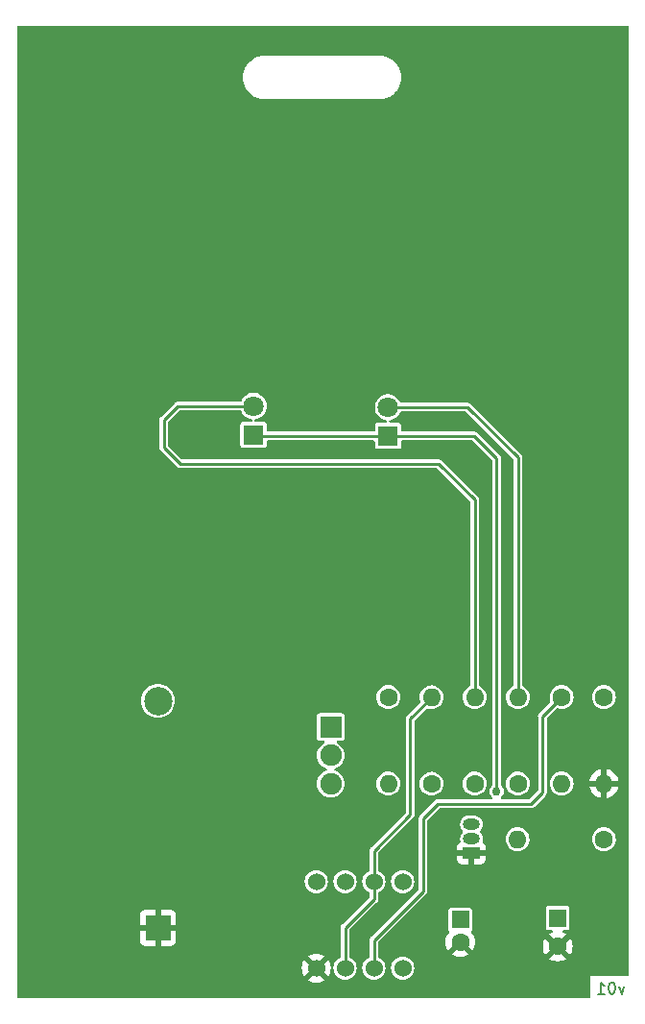
<source format=gbl>
%TF.GenerationSoftware,KiCad,Pcbnew,7.0.5*%
%TF.CreationDate,2023-07-12T18:43:18+05:30*%
%TF.ProjectId,555_Timer,3535355f-5469-46d6-9572-2e6b69636164,v01*%
%TF.SameCoordinates,Original*%
%TF.FileFunction,Copper,L2,Bot*%
%TF.FilePolarity,Positive*%
%FSLAX46Y46*%
G04 Gerber Fmt 4.6, Leading zero omitted, Abs format (unit mm)*
G04 Created by KiCad (PCBNEW 7.0.5) date 2023-07-12 18:43:18*
%MOMM*%
%LPD*%
G01*
G04 APERTURE LIST*
%ADD10C,0.150000*%
%TA.AperFunction,NonConductor*%
%ADD11C,0.150000*%
%TD*%
%TA.AperFunction,ComponentPad*%
%ADD12C,1.600000*%
%TD*%
%TA.AperFunction,ComponentPad*%
%ADD13O,1.600000X1.600000*%
%TD*%
%TA.AperFunction,ComponentPad*%
%ADD14R,1.600000X1.600000*%
%TD*%
%TA.AperFunction,ComponentPad*%
%ADD15C,1.524000*%
%TD*%
%TA.AperFunction,ComponentPad*%
%ADD16C,1.800000*%
%TD*%
%TA.AperFunction,ComponentPad*%
%ADD17R,1.800000X1.800000*%
%TD*%
%TA.AperFunction,ComponentPad*%
%ADD18R,1.900000X1.900000*%
%TD*%
%TA.AperFunction,ComponentPad*%
%ADD19C,1.900000*%
%TD*%
%TA.AperFunction,ComponentPad*%
%ADD20O,1.500000X1.000000*%
%TD*%
%TA.AperFunction,ComponentPad*%
%ADD21R,1.500000X1.000000*%
%TD*%
%TA.AperFunction,ComponentPad*%
%ADD22R,2.170000X2.170000*%
%TD*%
%TA.AperFunction,ComponentPad*%
%ADD23C,2.500000*%
%TD*%
%TA.AperFunction,ViaPad*%
%ADD24C,0.762000*%
%TD*%
%TA.AperFunction,Conductor*%
%ADD25C,0.254000*%
%TD*%
G04 APERTURE END LIST*
D10*
D11*
X180590675Y-125949952D02*
X180352580Y-126616619D01*
X180352580Y-126616619D02*
X180114485Y-125949952D01*
X179543056Y-125616619D02*
X179447818Y-125616619D01*
X179447818Y-125616619D02*
X179352580Y-125664238D01*
X179352580Y-125664238D02*
X179304961Y-125711857D01*
X179304961Y-125711857D02*
X179257342Y-125807095D01*
X179257342Y-125807095D02*
X179209723Y-125997571D01*
X179209723Y-125997571D02*
X179209723Y-126235666D01*
X179209723Y-126235666D02*
X179257342Y-126426142D01*
X179257342Y-126426142D02*
X179304961Y-126521380D01*
X179304961Y-126521380D02*
X179352580Y-126569000D01*
X179352580Y-126569000D02*
X179447818Y-126616619D01*
X179447818Y-126616619D02*
X179543056Y-126616619D01*
X179543056Y-126616619D02*
X179638294Y-126569000D01*
X179638294Y-126569000D02*
X179685913Y-126521380D01*
X179685913Y-126521380D02*
X179733532Y-126426142D01*
X179733532Y-126426142D02*
X179781151Y-126235666D01*
X179781151Y-126235666D02*
X179781151Y-125997571D01*
X179781151Y-125997571D02*
X179733532Y-125807095D01*
X179733532Y-125807095D02*
X179685913Y-125711857D01*
X179685913Y-125711857D02*
X179638294Y-125664238D01*
X179638294Y-125664238D02*
X179543056Y-125616619D01*
X178257342Y-126616619D02*
X178828770Y-126616619D01*
X178543056Y-126616619D02*
X178543056Y-125616619D01*
X178543056Y-125616619D02*
X178638294Y-125759476D01*
X178638294Y-125759476D02*
X178733532Y-125854714D01*
X178733532Y-125854714D02*
X178828770Y-125902333D01*
D12*
%TO.P,R2,1*%
%TO.N,Net-(U1-DIS)*%
X163576000Y-108102400D03*
D13*
%TO.P,R2,2*%
%TO.N,Net-(U1-THRESH)*%
X163576000Y-100482400D03*
%TD*%
D14*
%TO.P,C1,1*%
%TO.N,Net-(U1-THRESH)*%
X166116000Y-120059700D03*
D12*
%TO.P,C1,2*%
%TO.N,GND*%
X166116000Y-122059700D03*
%TD*%
D15*
%TO.P,U1,1,GND*%
%TO.N,GND*%
X153416000Y-124345700D03*
%TO.P,U1,2,~{TRIG}*%
%TO.N,Net-(U1-THRESH)*%
X155956000Y-124345700D03*
%TO.P,U1,3,OUT*%
%TO.N,Net-(U1-OUT)*%
X158496000Y-124345700D03*
%TO.P,U1,4,~{RST}*%
%TO.N,VCC*%
X161036000Y-124345700D03*
%TO.P,U1,5,CV*%
%TO.N,unconnected-(U1-CV-Pad5)*%
X161036000Y-116725700D03*
%TO.P,U1,6,THRESH*%
%TO.N,Net-(U1-THRESH)*%
X158496000Y-116725700D03*
%TO.P,U1,7,DIS*%
%TO.N,Net-(U1-DIS)*%
X155956000Y-116725700D03*
%TO.P,U1,8,VDD*%
%TO.N,VCC*%
X153416000Y-116725700D03*
%TD*%
D16*
%TO.P,D1,2,A*%
%TO.N,Net-(D1-A)*%
X147878800Y-74803000D03*
D17*
%TO.P,D1,1,K*%
%TO.N,Net-(D1-K)*%
X147878800Y-77343000D03*
%TD*%
D13*
%TO.P,R1,2*%
%TO.N,Net-(U1-DIS)*%
X159766000Y-108089700D03*
D12*
%TO.P,R1,1*%
%TO.N,VCC*%
X159766000Y-100469700D03*
%TD*%
%TO.P,C2,2*%
%TO.N,GND*%
X174710400Y-122437400D03*
D14*
%TO.P,C2,1*%
%TO.N,Net-(C2-Pad1)*%
X174710400Y-119937400D03*
%TD*%
D13*
%TO.P,R7,2*%
%TO.N,Net-(D2-A)*%
X171196000Y-100469700D03*
D12*
%TO.P,R7,1*%
%TO.N,VCC*%
X171196000Y-108089700D03*
%TD*%
D13*
%TO.P,R3,2*%
%TO.N,Net-(C2-Pad1)*%
X175056800Y-108077000D03*
D12*
%TO.P,R3,1*%
%TO.N,Net-(U1-OUT)*%
X175056800Y-100457000D03*
%TD*%
D17*
%TO.P,D2,1,K*%
%TO.N,Net-(D1-K)*%
X159740600Y-77444600D03*
D16*
%TO.P,D2,2,A*%
%TO.N,Net-(D2-A)*%
X159740600Y-74904600D03*
%TD*%
D18*
%TO.P,S1,1*%
%TO.N,Net-(BAT1-PadPos)*%
X154686000Y-103089700D03*
D19*
%TO.P,S1,2*%
%TO.N,VCC*%
X154686000Y-105589700D03*
%TO.P,S1,3*%
%TO.N,unconnected-(S1-Pad3)*%
X154686000Y-108089700D03*
%TD*%
D13*
%TO.P,R4,2*%
%TO.N,GND*%
X178790600Y-108077000D03*
D12*
%TO.P,R4,1*%
%TO.N,Net-(C2-Pad1)*%
X178790600Y-100457000D03*
%TD*%
D20*
%TO.P,Q1,3,C*%
%TO.N,Net-(D1-K)*%
X167106600Y-111683800D03*
%TO.P,Q1,2,B*%
%TO.N,Net-(Q1-B)*%
X167106600Y-112953800D03*
D21*
%TO.P,Q1,1,E*%
%TO.N,GND*%
X167106600Y-114223800D03*
%TD*%
D12*
%TO.P,R6,1*%
%TO.N,VCC*%
X167386000Y-108089700D03*
D13*
%TO.P,R6,2*%
%TO.N,Net-(D1-A)*%
X167386000Y-100469700D03*
%TD*%
%TO.P,R5,2*%
%TO.N,Net-(Q1-B)*%
X171170600Y-112979200D03*
D12*
%TO.P,R5,1*%
%TO.N,Net-(C2-Pad1)*%
X178790600Y-112979200D03*
%TD*%
D22*
%TO.P,BAT1,Neg*%
%TO.N,GND*%
X139446000Y-120789700D03*
D23*
%TO.P,BAT1,Pos*%
%TO.N,Net-(BAT1-PadPos)*%
X139446000Y-100789700D03*
%TD*%
D24*
%TO.N,Net-(D1-K)*%
X169316400Y-108762800D03*
%TD*%
D25*
%TO.N,Net-(D1-K)*%
X169316400Y-108762800D02*
X169316400Y-79400400D01*
X169316400Y-79400400D02*
X167360600Y-77444600D01*
X167360600Y-77444600D02*
X159740600Y-77444600D01*
%TO.N,Net-(D1-A)*%
X167386000Y-83083400D02*
X167386000Y-100469700D01*
X164185600Y-79883000D02*
X167386000Y-83083400D01*
X141401800Y-79883000D02*
X164185600Y-79883000D01*
X139954000Y-78435200D02*
X141401800Y-79883000D01*
X139954000Y-76047600D02*
X139954000Y-78435200D01*
X141198600Y-74803000D02*
X139954000Y-76047600D01*
X147878800Y-74803000D02*
X141198600Y-74803000D01*
%TO.N,Net-(D2-A)*%
X166751000Y-74904600D02*
X159740600Y-74904600D01*
X171196000Y-79349600D02*
X166751000Y-74904600D01*
X171196000Y-100469700D02*
X171196000Y-79349600D01*
%TO.N,Net-(D1-K)*%
X147980400Y-77444600D02*
X147878800Y-77343000D01*
X159740600Y-77444600D02*
X147980400Y-77444600D01*
%TO.N,Net-(U1-OUT)*%
X173355000Y-102158800D02*
X175056800Y-100457000D01*
X172364400Y-109855000D02*
X173355000Y-108864400D01*
X164109400Y-109855000D02*
X162839400Y-111125000D01*
X162839400Y-117551200D02*
X162839400Y-111125000D01*
X158496000Y-121894600D02*
X162839400Y-117551200D01*
X164109400Y-109855000D02*
X172364400Y-109855000D01*
X158496000Y-124345700D02*
X158496000Y-121894600D01*
X173355000Y-108864400D02*
X173355000Y-102158800D01*
%TO.N,Net-(U1-THRESH)*%
X158496000Y-114020600D02*
X158496000Y-116725700D01*
X161696400Y-110820200D02*
X158496000Y-114020600D01*
X161696400Y-102362000D02*
X161696400Y-110820200D01*
X163576000Y-100482400D02*
X161696400Y-102362000D01*
X155956000Y-120777000D02*
X158470600Y-118313200D01*
X158470600Y-118313200D02*
X158496000Y-118287800D01*
X158496000Y-118287800D02*
X158496000Y-116725700D01*
X155956000Y-124345700D02*
X155956000Y-120777000D01*
%TD*%
%TA.AperFunction,Conductor*%
%TO.N,GND*%
G36*
X180916621Y-41295502D02*
G01*
X180963114Y-41349158D01*
X180974500Y-41401500D01*
X180974500Y-124950943D01*
X180954498Y-125019064D01*
X180900842Y-125065557D01*
X180848500Y-125076943D01*
X177582010Y-125076943D01*
X177582010Y-126873500D01*
X177562008Y-126941621D01*
X177508352Y-126988114D01*
X177456010Y-126999500D01*
X127126500Y-126999500D01*
X127058379Y-126979498D01*
X127011886Y-126925842D01*
X127000500Y-126873500D01*
X127000500Y-124345699D01*
X152141149Y-124345699D01*
X152160517Y-124567074D01*
X152218031Y-124781723D01*
X152218033Y-124781727D01*
X152311946Y-124983125D01*
X152356184Y-125046303D01*
X152356185Y-125046303D01*
X153031607Y-124370881D01*
X153031051Y-124377598D01*
X153062266Y-124500862D01*
X153131813Y-124607312D01*
X153232157Y-124685413D01*
X153352422Y-124726700D01*
X153394210Y-124726700D01*
X152715395Y-125405513D01*
X152715395Y-125405514D01*
X152778575Y-125449753D01*
X152778574Y-125449753D01*
X152979972Y-125543666D01*
X152979976Y-125543668D01*
X153194625Y-125601182D01*
X153415999Y-125620550D01*
X153637374Y-125601182D01*
X153852023Y-125543668D01*
X153852027Y-125543666D01*
X154053425Y-125449753D01*
X154053426Y-125449752D01*
X154116603Y-125405514D01*
X154116603Y-125405512D01*
X153437791Y-124726700D01*
X153447569Y-124726700D01*
X153541421Y-124711039D01*
X153653251Y-124650520D01*
X153739371Y-124556969D01*
X153790448Y-124440523D01*
X153796538Y-124367029D01*
X154475812Y-125046303D01*
X154475814Y-125046303D01*
X154520052Y-124983126D01*
X154520053Y-124983125D01*
X154613966Y-124781727D01*
X154613968Y-124781723D01*
X154671482Y-124567074D01*
X154687408Y-124385046D01*
X154702828Y-124345626D01*
X154923016Y-124345626D01*
X154936459Y-124371202D01*
X154938322Y-124383678D01*
X154954206Y-124544961D01*
X154954206Y-124544963D01*
X155012332Y-124736577D01*
X155012334Y-124736583D01*
X155106720Y-124913166D01*
X155106722Y-124913169D01*
X155233748Y-125067952D01*
X155388531Y-125194978D01*
X155565120Y-125289367D01*
X155756731Y-125347492D01*
X155756735Y-125347492D01*
X155756737Y-125347493D01*
X155955997Y-125367118D01*
X155956000Y-125367118D01*
X155956003Y-125367118D01*
X156155261Y-125347493D01*
X156155263Y-125347493D01*
X156155264Y-125347492D01*
X156155269Y-125347492D01*
X156346880Y-125289367D01*
X156523469Y-125194978D01*
X156678252Y-125067952D01*
X156805278Y-124913169D01*
X156899667Y-124736580D01*
X156957792Y-124544969D01*
X156973678Y-124383678D01*
X156977418Y-124345703D01*
X156977418Y-124345696D01*
X156957793Y-124146438D01*
X156957793Y-124146436D01*
X156957792Y-124146433D01*
X156957792Y-124146431D01*
X156899667Y-123954820D01*
X156805278Y-123778231D01*
X156678252Y-123623448D01*
X156523469Y-123496422D01*
X156436590Y-123449984D01*
X156404103Y-123432619D01*
X156353455Y-123382866D01*
X156337500Y-123321497D01*
X156337500Y-120990252D01*
X156357502Y-120922131D01*
X156375314Y-120900256D01*
X158685036Y-118637194D01*
X158691760Y-118631561D01*
X158695343Y-118627977D01*
X158695346Y-118627976D01*
X158728543Y-118594777D01*
X158748725Y-118578389D01*
X158757956Y-118572360D01*
X158780112Y-118543891D01*
X158785277Y-118538044D01*
X158788114Y-118535209D01*
X158801159Y-118516936D01*
X158802679Y-118514897D01*
X158836158Y-118471885D01*
X158836159Y-118471879D01*
X158839956Y-118464865D01*
X158843470Y-118457676D01*
X158843475Y-118457670D01*
X158859029Y-118405420D01*
X158859801Y-118403011D01*
X158877500Y-118351461D01*
X158877500Y-118351455D01*
X158878819Y-118343552D01*
X158879805Y-118335642D01*
X158877554Y-118281225D01*
X158877500Y-118278620D01*
X158877500Y-117749902D01*
X158897502Y-117681781D01*
X158944104Y-117638780D01*
X158988853Y-117614861D01*
X159063469Y-117574978D01*
X159218252Y-117447952D01*
X159345278Y-117293169D01*
X159439667Y-117116580D01*
X159497792Y-116924969D01*
X159517418Y-116725703D01*
X160014582Y-116725703D01*
X160034206Y-116924961D01*
X160034206Y-116924963D01*
X160092332Y-117116577D01*
X160092334Y-117116583D01*
X160186720Y-117293166D01*
X160186722Y-117293169D01*
X160313748Y-117447952D01*
X160468531Y-117574978D01*
X160513553Y-117599043D01*
X160644182Y-117668866D01*
X160645120Y-117669367D01*
X160836731Y-117727492D01*
X160836735Y-117727492D01*
X160836737Y-117727493D01*
X161035997Y-117747118D01*
X161036000Y-117747118D01*
X161036003Y-117747118D01*
X161235261Y-117727493D01*
X161235263Y-117727493D01*
X161235264Y-117727492D01*
X161235269Y-117727492D01*
X161426880Y-117669367D01*
X161603469Y-117574978D01*
X161758252Y-117447952D01*
X161885278Y-117293169D01*
X161979667Y-117116580D01*
X162037792Y-116924969D01*
X162057418Y-116725700D01*
X162037793Y-116526438D01*
X162037793Y-116526436D01*
X162037792Y-116526433D01*
X162037792Y-116526431D01*
X161979667Y-116334820D01*
X161885278Y-116158231D01*
X161758252Y-116003448D01*
X161603469Y-115876422D01*
X161603467Y-115876421D01*
X161603466Y-115876420D01*
X161426883Y-115782034D01*
X161426877Y-115782032D01*
X161235262Y-115723906D01*
X161036003Y-115704282D01*
X161035997Y-115704282D01*
X160836738Y-115723906D01*
X160836736Y-115723906D01*
X160645122Y-115782032D01*
X160645116Y-115782034D01*
X160468533Y-115876420D01*
X160313748Y-116003448D01*
X160186720Y-116158233D01*
X160092334Y-116334816D01*
X160092332Y-116334822D01*
X160034206Y-116526436D01*
X160034206Y-116526438D01*
X160014582Y-116725696D01*
X160014582Y-116725703D01*
X159517418Y-116725703D01*
X159517418Y-116725700D01*
X159497793Y-116526438D01*
X159497793Y-116526436D01*
X159497792Y-116526433D01*
X159497792Y-116526431D01*
X159439667Y-116334820D01*
X159345278Y-116158231D01*
X159218252Y-116003448D01*
X159063469Y-115876422D01*
X158976590Y-115829984D01*
X158944103Y-115812619D01*
X158893455Y-115762866D01*
X158877500Y-115701497D01*
X158877500Y-114230811D01*
X158897502Y-114162690D01*
X158914400Y-114141721D01*
X161928945Y-111127176D01*
X161949121Y-111110793D01*
X161958356Y-111104760D01*
X161980511Y-111076293D01*
X161985677Y-111070444D01*
X161988514Y-111067609D01*
X162001559Y-111049336D01*
X162003079Y-111047297D01*
X162036558Y-111004285D01*
X162036559Y-111004279D01*
X162040356Y-110997265D01*
X162043870Y-110990076D01*
X162043875Y-110990070D01*
X162059429Y-110937820D01*
X162060201Y-110935411D01*
X162077900Y-110883861D01*
X162077900Y-110883855D01*
X162079219Y-110875952D01*
X162080205Y-110868042D01*
X162077954Y-110813625D01*
X162077900Y-110811020D01*
X162077900Y-108102403D01*
X162516398Y-108102403D01*
X162536756Y-108309111D01*
X162597055Y-108507892D01*
X162694974Y-108691086D01*
X162826747Y-108851652D01*
X162987313Y-108983424D01*
X162987313Y-108983425D01*
X162987317Y-108983427D01*
X163170508Y-109081345D01*
X163369282Y-109141642D01*
X163369286Y-109141642D01*
X163369288Y-109141643D01*
X163575997Y-109162002D01*
X163576000Y-109162002D01*
X163576003Y-109162002D01*
X163782711Y-109141643D01*
X163782712Y-109141642D01*
X163782718Y-109141642D01*
X163981492Y-109081345D01*
X164164683Y-108983427D01*
X164164684Y-108983425D01*
X164164686Y-108983425D01*
X164164686Y-108983424D01*
X164325252Y-108851652D01*
X164457027Y-108691083D01*
X164554945Y-108507892D01*
X164615242Y-108309118D01*
X164617745Y-108283711D01*
X164635602Y-108102403D01*
X164635602Y-108102396D01*
X164634352Y-108089703D01*
X166326398Y-108089703D01*
X166346756Y-108296411D01*
X166346757Y-108296417D01*
X166346758Y-108296418D01*
X166357248Y-108331000D01*
X166407055Y-108495192D01*
X166504974Y-108678386D01*
X166636747Y-108838952D01*
X166797313Y-108970724D01*
X166797313Y-108970725D01*
X166818536Y-108982069D01*
X166980508Y-109068645D01*
X167179282Y-109128942D01*
X167179286Y-109128942D01*
X167179288Y-109128943D01*
X167385997Y-109149302D01*
X167386000Y-109149302D01*
X167386003Y-109149302D01*
X167592711Y-109128943D01*
X167592712Y-109128942D01*
X167592718Y-109128942D01*
X167791492Y-109068645D01*
X167974683Y-108970727D01*
X167974684Y-108970725D01*
X167974686Y-108970725D01*
X167974686Y-108970724D01*
X168135252Y-108838952D01*
X168267027Y-108678383D01*
X168364945Y-108495192D01*
X168425242Y-108296418D01*
X168428517Y-108263172D01*
X168445602Y-108089703D01*
X168445602Y-108089696D01*
X168425243Y-107882988D01*
X168425242Y-107882986D01*
X168425242Y-107882982D01*
X168364945Y-107684208D01*
X168267027Y-107501017D01*
X168267025Y-107501013D01*
X168135252Y-107340447D01*
X167974686Y-107208675D01*
X167974686Y-107208674D01*
X167791492Y-107110755D01*
X167661043Y-107071184D01*
X167592718Y-107050458D01*
X167592717Y-107050457D01*
X167592711Y-107050456D01*
X167386003Y-107030098D01*
X167385997Y-107030098D01*
X167179288Y-107050456D01*
X166980507Y-107110755D01*
X166797313Y-107208674D01*
X166797313Y-107208675D01*
X166636747Y-107340447D01*
X166504975Y-107501013D01*
X166504974Y-107501013D01*
X166407055Y-107684207D01*
X166346756Y-107882988D01*
X166326398Y-108089696D01*
X166326398Y-108089703D01*
X164634352Y-108089703D01*
X164615243Y-107895688D01*
X164615242Y-107895686D01*
X164615242Y-107895682D01*
X164554945Y-107696908D01*
X164457027Y-107513717D01*
X164457025Y-107513713D01*
X164325252Y-107353147D01*
X164164686Y-107221375D01*
X164164686Y-107221374D01*
X163981492Y-107123455D01*
X163897759Y-107098055D01*
X163782718Y-107063158D01*
X163782717Y-107063157D01*
X163782711Y-107063156D01*
X163576003Y-107042798D01*
X163575997Y-107042798D01*
X163369288Y-107063156D01*
X163170507Y-107123455D01*
X162987313Y-107221374D01*
X162987313Y-107221375D01*
X162826747Y-107353147D01*
X162694975Y-107513713D01*
X162694974Y-107513713D01*
X162597055Y-107696907D01*
X162536756Y-107895688D01*
X162516398Y-108102396D01*
X162516398Y-108102403D01*
X162077900Y-108102403D01*
X162077900Y-102572212D01*
X162097902Y-102504091D01*
X162114799Y-102483122D01*
X163091075Y-101506846D01*
X163153384Y-101472824D01*
X163216738Y-101475368D01*
X163369282Y-101521642D01*
X163369288Y-101521642D01*
X163369290Y-101521643D01*
X163575997Y-101542002D01*
X163576000Y-101542002D01*
X163576003Y-101542002D01*
X163782711Y-101521643D01*
X163782712Y-101521642D01*
X163782718Y-101521642D01*
X163981492Y-101461345D01*
X164164683Y-101363427D01*
X164164684Y-101363425D01*
X164164686Y-101363425D01*
X164164686Y-101363424D01*
X164325252Y-101231652D01*
X164457027Y-101071083D01*
X164554945Y-100887892D01*
X164615242Y-100689118D01*
X164617745Y-100663711D01*
X164635602Y-100482403D01*
X164635602Y-100482396D01*
X164615243Y-100275688D01*
X164615242Y-100275686D01*
X164615242Y-100275682D01*
X164554945Y-100076908D01*
X164457027Y-99893717D01*
X164457025Y-99893713D01*
X164325252Y-99733147D01*
X164164686Y-99601375D01*
X164164686Y-99601374D01*
X163981492Y-99503455D01*
X163872952Y-99470530D01*
X163782718Y-99443158D01*
X163782717Y-99443157D01*
X163782711Y-99443156D01*
X163576003Y-99422798D01*
X163575997Y-99422798D01*
X163369288Y-99443156D01*
X163170507Y-99503455D01*
X162987313Y-99601374D01*
X162987313Y-99601375D01*
X162826747Y-99733147D01*
X162694975Y-99893713D01*
X162694974Y-99893713D01*
X162597055Y-100076907D01*
X162536756Y-100275688D01*
X162516398Y-100482396D01*
X162516398Y-100482403D01*
X162536756Y-100689111D01*
X162583029Y-100841656D01*
X162583662Y-100912650D01*
X162551549Y-100967326D01*
X161463855Y-102055020D01*
X161443682Y-102071404D01*
X161434441Y-102077441D01*
X161412296Y-102105893D01*
X161407136Y-102111738D01*
X161404289Y-102114585D01*
X161391257Y-102132839D01*
X161389702Y-102134924D01*
X161356242Y-102177913D01*
X161352430Y-102184958D01*
X161348925Y-102192127D01*
X161333378Y-102244346D01*
X161332584Y-102246824D01*
X161314899Y-102298341D01*
X161313584Y-102306218D01*
X161312594Y-102314160D01*
X161314846Y-102368573D01*
X161314900Y-102371177D01*
X161314900Y-110609986D01*
X161294898Y-110678107D01*
X161277995Y-110699081D01*
X158263455Y-113713620D01*
X158243282Y-113730004D01*
X158234041Y-113736041D01*
X158211896Y-113764493D01*
X158206736Y-113770338D01*
X158203889Y-113773185D01*
X158190857Y-113791439D01*
X158189302Y-113793524D01*
X158155842Y-113836513D01*
X158152030Y-113843558D01*
X158148525Y-113850727D01*
X158132978Y-113902946D01*
X158132184Y-113905424D01*
X158114499Y-113956941D01*
X158113184Y-113964818D01*
X158112194Y-113972760D01*
X158114446Y-114027173D01*
X158114500Y-114029777D01*
X158114500Y-115701497D01*
X158094498Y-115769618D01*
X158047897Y-115812619D01*
X157996822Y-115839919D01*
X157928531Y-115876422D01*
X157773748Y-116003448D01*
X157646720Y-116158233D01*
X157552334Y-116334816D01*
X157552332Y-116334822D01*
X157494206Y-116526436D01*
X157494206Y-116526438D01*
X157474582Y-116725696D01*
X157474582Y-116725703D01*
X157494206Y-116924961D01*
X157494206Y-116924963D01*
X157552332Y-117116577D01*
X157552334Y-117116583D01*
X157646720Y-117293166D01*
X157646722Y-117293169D01*
X157773748Y-117447952D01*
X157928531Y-117574978D01*
X158003147Y-117614861D01*
X158047896Y-117638780D01*
X158098544Y-117688532D01*
X158114500Y-117749902D01*
X158114500Y-118075059D01*
X158094498Y-118143180D01*
X158076682Y-118165059D01*
X155724728Y-120469496D01*
X155705469Y-120484974D01*
X155694045Y-120492438D01*
X155694040Y-120492443D01*
X155673297Y-120519093D01*
X155667693Y-120525377D01*
X155666445Y-120526600D01*
X155666418Y-120526631D01*
X155651874Y-120546569D01*
X155650696Y-120548131D01*
X155615841Y-120592914D01*
X155612977Y-120598206D01*
X155610276Y-120603590D01*
X155593529Y-120657814D01*
X155592932Y-120659645D01*
X155580994Y-120694421D01*
X155574499Y-120713341D01*
X155573513Y-120719248D01*
X155572703Y-120725248D01*
X155574469Y-120781957D01*
X155574500Y-120783918D01*
X155574500Y-123321497D01*
X155554498Y-123389618D01*
X155507897Y-123432619D01*
X155456822Y-123459919D01*
X155388531Y-123496422D01*
X155233747Y-123623447D01*
X155233748Y-123623448D01*
X155106720Y-123778233D01*
X155012334Y-123954816D01*
X155012332Y-123954822D01*
X154954206Y-124146436D01*
X154954206Y-124146438D01*
X154938322Y-124307721D01*
X154923016Y-124345626D01*
X154702828Y-124345626D01*
X154702833Y-124345613D01*
X154689136Y-124318849D01*
X154687408Y-124306353D01*
X154671482Y-124124325D01*
X154613968Y-123909676D01*
X154613966Y-123909672D01*
X154520051Y-123708271D01*
X154475815Y-123645095D01*
X154475813Y-123645095D01*
X153800392Y-124320516D01*
X153800949Y-124313802D01*
X153769734Y-124190538D01*
X153700187Y-124084088D01*
X153599843Y-124005987D01*
X153479578Y-123964700D01*
X153437790Y-123964700D01*
X154116603Y-123285885D01*
X154116603Y-123285884D01*
X154053425Y-123241646D01*
X153852027Y-123147733D01*
X153852023Y-123147731D01*
X153637374Y-123090217D01*
X153415999Y-123070849D01*
X153194625Y-123090217D01*
X152979976Y-123147731D01*
X152979972Y-123147733D01*
X152778575Y-123241646D01*
X152715394Y-123285885D01*
X153394209Y-123964700D01*
X153384431Y-123964700D01*
X153290579Y-123980361D01*
X153178749Y-124040880D01*
X153092629Y-124134431D01*
X153041552Y-124250877D01*
X153035461Y-124324369D01*
X152356185Y-123645094D01*
X152311946Y-123708275D01*
X152218033Y-123909672D01*
X152218031Y-123909676D01*
X152160517Y-124124325D01*
X152141149Y-124345699D01*
X127000500Y-124345699D01*
X127000500Y-121923297D01*
X137853000Y-121923297D01*
X137859505Y-121983793D01*
X137910555Y-122120664D01*
X137910555Y-122120665D01*
X137998095Y-122237604D01*
X138115034Y-122325144D01*
X138251906Y-122376194D01*
X138312402Y-122382699D01*
X138312415Y-122382700D01*
X139192000Y-122382700D01*
X139192000Y-121317689D01*
X139293284Y-121359643D01*
X139407656Y-121374700D01*
X139484344Y-121374700D01*
X139598716Y-121359643D01*
X139700000Y-121317689D01*
X139700000Y-122382700D01*
X140579585Y-122382700D01*
X140579597Y-122382699D01*
X140640093Y-122376194D01*
X140776964Y-122325144D01*
X140776965Y-122325144D01*
X140893904Y-122237604D01*
X140981444Y-122120665D01*
X140981444Y-122120664D01*
X141032494Y-121983793D01*
X141038999Y-121923297D01*
X141039000Y-121923285D01*
X141039000Y-121043700D01*
X139973990Y-121043700D01*
X140015943Y-120942416D01*
X140036048Y-120789700D01*
X140015943Y-120636984D01*
X139973990Y-120535700D01*
X141039000Y-120535700D01*
X141039000Y-119656114D01*
X141038999Y-119656102D01*
X141032494Y-119595606D01*
X140981444Y-119458735D01*
X140981444Y-119458734D01*
X140893904Y-119341795D01*
X140776965Y-119254255D01*
X140640093Y-119203205D01*
X140579597Y-119196700D01*
X139700000Y-119196700D01*
X139700000Y-120261710D01*
X139598716Y-120219757D01*
X139484344Y-120204700D01*
X139407656Y-120204700D01*
X139293284Y-120219757D01*
X139192000Y-120261710D01*
X139192000Y-119196700D01*
X138312402Y-119196700D01*
X138251906Y-119203205D01*
X138115035Y-119254255D01*
X138115034Y-119254255D01*
X137998095Y-119341795D01*
X137910555Y-119458734D01*
X137910555Y-119458735D01*
X137859505Y-119595606D01*
X137853000Y-119656102D01*
X137853000Y-120535700D01*
X138918010Y-120535700D01*
X138876057Y-120636984D01*
X138855952Y-120789700D01*
X138876057Y-120942416D01*
X138918010Y-121043700D01*
X137853000Y-121043700D01*
X137853000Y-121923297D01*
X127000500Y-121923297D01*
X127000500Y-116725703D01*
X152394582Y-116725703D01*
X152414206Y-116924961D01*
X152414206Y-116924963D01*
X152472332Y-117116577D01*
X152472334Y-117116583D01*
X152566720Y-117293166D01*
X152566722Y-117293169D01*
X152693748Y-117447952D01*
X152848531Y-117574978D01*
X152893553Y-117599043D01*
X153024182Y-117668866D01*
X153025120Y-117669367D01*
X153216731Y-117727492D01*
X153216735Y-117727492D01*
X153216737Y-117727493D01*
X153415997Y-117747118D01*
X153416000Y-117747118D01*
X153416003Y-117747118D01*
X153615261Y-117727493D01*
X153615263Y-117727493D01*
X153615264Y-117727492D01*
X153615269Y-117727492D01*
X153806880Y-117669367D01*
X153983469Y-117574978D01*
X154138252Y-117447952D01*
X154265278Y-117293169D01*
X154359667Y-117116580D01*
X154417792Y-116924969D01*
X154437418Y-116725703D01*
X154934582Y-116725703D01*
X154954206Y-116924961D01*
X154954206Y-116924963D01*
X155012332Y-117116577D01*
X155012334Y-117116583D01*
X155106720Y-117293166D01*
X155106722Y-117293169D01*
X155233748Y-117447952D01*
X155388531Y-117574978D01*
X155433553Y-117599043D01*
X155564182Y-117668866D01*
X155565120Y-117669367D01*
X155756731Y-117727492D01*
X155756735Y-117727492D01*
X155756737Y-117727493D01*
X155955997Y-117747118D01*
X155956000Y-117747118D01*
X155956003Y-117747118D01*
X156155261Y-117727493D01*
X156155263Y-117727493D01*
X156155264Y-117727492D01*
X156155269Y-117727492D01*
X156346880Y-117669367D01*
X156523469Y-117574978D01*
X156678252Y-117447952D01*
X156805278Y-117293169D01*
X156899667Y-117116580D01*
X156957792Y-116924969D01*
X156977418Y-116725700D01*
X156957793Y-116526438D01*
X156957793Y-116526436D01*
X156957792Y-116526433D01*
X156957792Y-116526431D01*
X156899667Y-116334820D01*
X156805278Y-116158231D01*
X156678252Y-116003448D01*
X156523469Y-115876422D01*
X156523467Y-115876421D01*
X156523466Y-115876420D01*
X156346883Y-115782034D01*
X156346877Y-115782032D01*
X156155262Y-115723906D01*
X155956003Y-115704282D01*
X155955997Y-115704282D01*
X155756738Y-115723906D01*
X155756736Y-115723906D01*
X155565122Y-115782032D01*
X155565116Y-115782034D01*
X155388533Y-115876420D01*
X155233748Y-116003448D01*
X155106720Y-116158233D01*
X155012334Y-116334816D01*
X155012332Y-116334822D01*
X154954206Y-116526436D01*
X154954206Y-116526438D01*
X154934582Y-116725696D01*
X154934582Y-116725703D01*
X154437418Y-116725703D01*
X154437418Y-116725700D01*
X154417793Y-116526438D01*
X154417793Y-116526436D01*
X154417792Y-116526433D01*
X154417792Y-116526431D01*
X154359667Y-116334820D01*
X154265278Y-116158231D01*
X154138252Y-116003448D01*
X153983469Y-115876422D01*
X153983467Y-115876421D01*
X153983466Y-115876420D01*
X153806883Y-115782034D01*
X153806877Y-115782032D01*
X153615262Y-115723906D01*
X153416003Y-115704282D01*
X153415997Y-115704282D01*
X153216738Y-115723906D01*
X153216736Y-115723906D01*
X153025122Y-115782032D01*
X153025116Y-115782034D01*
X152848533Y-115876420D01*
X152693748Y-116003448D01*
X152566720Y-116158233D01*
X152472334Y-116334816D01*
X152472332Y-116334822D01*
X152414206Y-116526436D01*
X152414206Y-116526438D01*
X152394582Y-116725696D01*
X152394582Y-116725703D01*
X127000500Y-116725703D01*
X127000500Y-108089704D01*
X153476340Y-108089704D01*
X153496936Y-108311972D01*
X153557851Y-108526068D01*
X153558026Y-108526680D01*
X153657526Y-108726504D01*
X153657527Y-108726505D01*
X153657528Y-108726507D01*
X153792048Y-108904642D01*
X153957014Y-109055028D01*
X153957016Y-109055029D01*
X153957017Y-109055030D01*
X154146808Y-109172543D01*
X154184926Y-109187310D01*
X154354954Y-109253180D01*
X154354957Y-109253180D01*
X154354961Y-109253182D01*
X154574387Y-109294200D01*
X154574390Y-109294200D01*
X154797610Y-109294200D01*
X154797613Y-109294200D01*
X155017039Y-109253182D01*
X155017043Y-109253180D01*
X155017045Y-109253180D01*
X155082207Y-109227935D01*
X155225192Y-109172543D01*
X155414983Y-109055030D01*
X155579950Y-108904643D01*
X155714474Y-108726504D01*
X155813974Y-108526680D01*
X155875063Y-108311974D01*
X155895660Y-108089703D01*
X158706398Y-108089703D01*
X158726756Y-108296411D01*
X158726757Y-108296417D01*
X158726758Y-108296418D01*
X158737248Y-108331000D01*
X158787055Y-108495192D01*
X158884974Y-108678386D01*
X159016747Y-108838952D01*
X159177313Y-108970724D01*
X159177313Y-108970725D01*
X159198536Y-108982069D01*
X159360508Y-109068645D01*
X159559282Y-109128942D01*
X159559286Y-109128942D01*
X159559288Y-109128943D01*
X159765997Y-109149302D01*
X159766000Y-109149302D01*
X159766003Y-109149302D01*
X159972711Y-109128943D01*
X159972712Y-109128942D01*
X159972718Y-109128942D01*
X160171492Y-109068645D01*
X160354683Y-108970727D01*
X160354684Y-108970725D01*
X160354686Y-108970725D01*
X160354686Y-108970724D01*
X160515252Y-108838952D01*
X160647027Y-108678383D01*
X160744945Y-108495192D01*
X160805242Y-108296418D01*
X160808517Y-108263172D01*
X160825602Y-108089703D01*
X160825602Y-108089696D01*
X160805243Y-107882988D01*
X160805242Y-107882986D01*
X160805242Y-107882982D01*
X160744945Y-107684208D01*
X160647027Y-107501017D01*
X160647025Y-107501013D01*
X160515252Y-107340447D01*
X160354686Y-107208675D01*
X160354686Y-107208674D01*
X160171492Y-107110755D01*
X160041043Y-107071184D01*
X159972718Y-107050458D01*
X159972717Y-107050457D01*
X159972711Y-107050456D01*
X159766003Y-107030098D01*
X159765997Y-107030098D01*
X159559288Y-107050456D01*
X159360507Y-107110755D01*
X159177313Y-107208674D01*
X159177313Y-107208675D01*
X159016747Y-107340447D01*
X158884975Y-107501013D01*
X158884974Y-107501013D01*
X158787055Y-107684207D01*
X158726756Y-107882988D01*
X158706398Y-108089696D01*
X158706398Y-108089703D01*
X155895660Y-108089703D01*
X155895660Y-108089700D01*
X155894483Y-108077003D01*
X155875063Y-107867427D01*
X155862422Y-107823000D01*
X155813974Y-107652720D01*
X155714474Y-107452896D01*
X155714471Y-107452892D01*
X155579951Y-107274757D01*
X155414985Y-107124371D01*
X155225192Y-107006857D01*
X155225185Y-107006854D01*
X155096990Y-106957191D01*
X155040695Y-106913932D01*
X155016725Y-106847104D01*
X155032689Y-106777926D01*
X155083520Y-106728360D01*
X155096990Y-106722209D01*
X155127269Y-106710478D01*
X155225192Y-106672543D01*
X155414983Y-106555030D01*
X155579950Y-106404643D01*
X155714474Y-106226504D01*
X155813974Y-106026680D01*
X155875063Y-105811974D01*
X155895660Y-105589700D01*
X155875063Y-105367426D01*
X155813974Y-105152720D01*
X155714474Y-104952896D01*
X155714471Y-104952892D01*
X155579951Y-104774757D01*
X155414985Y-104624371D01*
X155380356Y-104602930D01*
X155258249Y-104527325D01*
X155210863Y-104474460D01*
X155199580Y-104404366D01*
X155227983Y-104339298D01*
X155287056Y-104299916D01*
X155324579Y-104294199D01*
X155661066Y-104294199D01*
X155661069Y-104294198D01*
X155661073Y-104294198D01*
X155710326Y-104284401D01*
X155735301Y-104279434D01*
X155819484Y-104223184D01*
X155875734Y-104139001D01*
X155890500Y-104064767D01*
X155890499Y-102114634D01*
X155890498Y-102114630D01*
X155890498Y-102114626D01*
X155875734Y-102040399D01*
X155819483Y-101956215D01*
X155735302Y-101899966D01*
X155661067Y-101885200D01*
X153710936Y-101885200D01*
X153710926Y-101885201D01*
X153636699Y-101899965D01*
X153552515Y-101956216D01*
X153496266Y-102040397D01*
X153481500Y-102114630D01*
X153481500Y-104064763D01*
X153481501Y-104064773D01*
X153496265Y-104139000D01*
X153552516Y-104223184D01*
X153636697Y-104279433D01*
X153636699Y-104279434D01*
X153710933Y-104294200D01*
X154047419Y-104294199D01*
X154115537Y-104314201D01*
X154162030Y-104367856D01*
X154172135Y-104438130D01*
X154142642Y-104502711D01*
X154113748Y-104527326D01*
X153957015Y-104624370D01*
X153792048Y-104774757D01*
X153657528Y-104952892D01*
X153558026Y-105152720D01*
X153558023Y-105152728D01*
X153496936Y-105367427D01*
X153476340Y-105589695D01*
X153476340Y-105589704D01*
X153496936Y-105811972D01*
X153496937Y-105811974D01*
X153558026Y-106026680D01*
X153657526Y-106226504D01*
X153657527Y-106226505D01*
X153657528Y-106226507D01*
X153792048Y-106404642D01*
X153957014Y-106555028D01*
X153957016Y-106555029D01*
X153957017Y-106555030D01*
X154146808Y-106672543D01*
X154191439Y-106689833D01*
X154275009Y-106722209D01*
X154331304Y-106765468D01*
X154355274Y-106832296D01*
X154339310Y-106901474D01*
X154288479Y-106951040D01*
X154275009Y-106957191D01*
X154146814Y-107006854D01*
X154146807Y-107006857D01*
X153957014Y-107124371D01*
X153792048Y-107274757D01*
X153657528Y-107452892D01*
X153558026Y-107652720D01*
X153558023Y-107652728D01*
X153496936Y-107867427D01*
X153476340Y-108089695D01*
X153476340Y-108089704D01*
X127000500Y-108089704D01*
X127000500Y-100789699D01*
X137936848Y-100789699D01*
X137955428Y-101025782D01*
X138010711Y-101256054D01*
X138100500Y-101472824D01*
X138101336Y-101474841D01*
X138120950Y-101506849D01*
X138225071Y-101676758D01*
X138225072Y-101676760D01*
X138378867Y-101856832D01*
X138533535Y-101988930D01*
X138558943Y-102010630D01*
X138760859Y-102134364D01*
X138979646Y-102224989D01*
X139209917Y-102280272D01*
X139446000Y-102298852D01*
X139682083Y-102280272D01*
X139912354Y-102224989D01*
X140131141Y-102134364D01*
X140333057Y-102010630D01*
X140513132Y-101856832D01*
X140666930Y-101676757D01*
X140790664Y-101474841D01*
X140881289Y-101256054D01*
X140936572Y-101025783D01*
X140955152Y-100789700D01*
X140936572Y-100553617D01*
X140916426Y-100469703D01*
X158706398Y-100469703D01*
X158726756Y-100676411D01*
X158726757Y-100676417D01*
X158726758Y-100676418D01*
X158769177Y-100816256D01*
X158787055Y-100875192D01*
X158884974Y-101058386D01*
X159016747Y-101218952D01*
X159177313Y-101350724D01*
X159177313Y-101350725D01*
X159177317Y-101350727D01*
X159360508Y-101448645D01*
X159559282Y-101508942D01*
X159559286Y-101508942D01*
X159559288Y-101508943D01*
X159765997Y-101529302D01*
X159766000Y-101529302D01*
X159766003Y-101529302D01*
X159972711Y-101508943D01*
X159972712Y-101508942D01*
X159972718Y-101508942D01*
X160171492Y-101448645D01*
X160354683Y-101350727D01*
X160354684Y-101350725D01*
X160354686Y-101350725D01*
X160354686Y-101350724D01*
X160515252Y-101218952D01*
X160647027Y-101058383D01*
X160744945Y-100875192D01*
X160805242Y-100676418D01*
X160825602Y-100469700D01*
X160825602Y-100469696D01*
X160805243Y-100262988D01*
X160805242Y-100262986D01*
X160805242Y-100262982D01*
X160744945Y-100064208D01*
X160647027Y-99881017D01*
X160647025Y-99881013D01*
X160515252Y-99720447D01*
X160354686Y-99588675D01*
X160354686Y-99588674D01*
X160171492Y-99490755D01*
X160129625Y-99478055D01*
X159972718Y-99430458D01*
X159972717Y-99430457D01*
X159972711Y-99430456D01*
X159766003Y-99410098D01*
X159765997Y-99410098D01*
X159559288Y-99430456D01*
X159360507Y-99490755D01*
X159177313Y-99588674D01*
X159177313Y-99588675D01*
X159016747Y-99720447D01*
X158884975Y-99881013D01*
X158884974Y-99881013D01*
X158787055Y-100064207D01*
X158726756Y-100262988D01*
X158706398Y-100469696D01*
X158706398Y-100469703D01*
X140916426Y-100469703D01*
X140881289Y-100323346D01*
X140790664Y-100104559D01*
X140666930Y-99902643D01*
X140659307Y-99893717D01*
X140513132Y-99722567D01*
X140333060Y-99568772D01*
X140333058Y-99568771D01*
X140333057Y-99568770D01*
X140131141Y-99445036D01*
X140126607Y-99443158D01*
X139912354Y-99354411D01*
X139682083Y-99299128D01*
X139446000Y-99280548D01*
X139209917Y-99299128D01*
X138979645Y-99354411D01*
X138760860Y-99445035D01*
X138558941Y-99568771D01*
X138558939Y-99568772D01*
X138378867Y-99722567D01*
X138225072Y-99902639D01*
X138225071Y-99902641D01*
X138101335Y-100104560D01*
X138010711Y-100323345D01*
X137955428Y-100553617D01*
X137936848Y-100789699D01*
X127000500Y-100789699D01*
X127000500Y-78419216D01*
X139567554Y-78419216D01*
X139570110Y-78439718D01*
X139572016Y-78455009D01*
X139572500Y-78462800D01*
X139572500Y-78466813D01*
X139576189Y-78488924D01*
X139576564Y-78491499D01*
X139583303Y-78545557D01*
X139585588Y-78553232D01*
X139588180Y-78560781D01*
X139588181Y-78560784D01*
X139588182Y-78560786D01*
X139603023Y-78588211D01*
X139614111Y-78608700D01*
X139615303Y-78611015D01*
X139639223Y-78659946D01*
X139643868Y-78666451D01*
X139648778Y-78672760D01*
X139648780Y-78672762D01*
X139688886Y-78709682D01*
X139690742Y-78711464D01*
X141094816Y-80115538D01*
X141111202Y-80135715D01*
X141117237Y-80144952D01*
X141117240Y-80144956D01*
X141145237Y-80166747D01*
X141145700Y-80167107D01*
X141151557Y-80172280D01*
X141154384Y-80175107D01*
X141154393Y-80175115D01*
X141172634Y-80188138D01*
X141174706Y-80189682D01*
X141217715Y-80223158D01*
X141217719Y-80223159D01*
X141224755Y-80226968D01*
X141231927Y-80230473D01*
X141231930Y-80230475D01*
X141284147Y-80246020D01*
X141286594Y-80246803D01*
X141338139Y-80264500D01*
X141338144Y-80264500D01*
X141346050Y-80265819D01*
X141353956Y-80266805D01*
X141353957Y-80266804D01*
X141353958Y-80266805D01*
X141408384Y-80264553D01*
X141410978Y-80264500D01*
X163975388Y-80264500D01*
X164043509Y-80284502D01*
X164064483Y-80301405D01*
X166967595Y-83204517D01*
X167001621Y-83266829D01*
X167004500Y-83293612D01*
X167004500Y-99402409D01*
X166984498Y-99470530D01*
X166937897Y-99513531D01*
X166797311Y-99588676D01*
X166636747Y-99720447D01*
X166504975Y-99881013D01*
X166504974Y-99881013D01*
X166407055Y-100064207D01*
X166346756Y-100262988D01*
X166326398Y-100469696D01*
X166326398Y-100469703D01*
X166346756Y-100676411D01*
X166346757Y-100676417D01*
X166346758Y-100676418D01*
X166389177Y-100816256D01*
X166407055Y-100875192D01*
X166504974Y-101058386D01*
X166636747Y-101218952D01*
X166797313Y-101350724D01*
X166797313Y-101350725D01*
X166797317Y-101350727D01*
X166980508Y-101448645D01*
X167179282Y-101508942D01*
X167179286Y-101508942D01*
X167179288Y-101508943D01*
X167385997Y-101529302D01*
X167386000Y-101529302D01*
X167386003Y-101529302D01*
X167592711Y-101508943D01*
X167592712Y-101508942D01*
X167592718Y-101508942D01*
X167791492Y-101448645D01*
X167974683Y-101350727D01*
X167974684Y-101350725D01*
X167974686Y-101350725D01*
X167974686Y-101350724D01*
X168135252Y-101218952D01*
X168267027Y-101058383D01*
X168364945Y-100875192D01*
X168425242Y-100676418D01*
X168445602Y-100469700D01*
X168445602Y-100469696D01*
X168425243Y-100262988D01*
X168425242Y-100262986D01*
X168425242Y-100262982D01*
X168364945Y-100064208D01*
X168267027Y-99881017D01*
X168267025Y-99881013D01*
X168135252Y-99720447D01*
X167974688Y-99588676D01*
X167974684Y-99588673D01*
X167974683Y-99588673D01*
X167834103Y-99513531D01*
X167783455Y-99463778D01*
X167767500Y-99402409D01*
X167767500Y-83136033D01*
X167770182Y-83110173D01*
X167772445Y-83099383D01*
X167767983Y-83063589D01*
X167767500Y-83055799D01*
X167767500Y-83051790D01*
X167763810Y-83029679D01*
X167763434Y-83027099D01*
X167756695Y-82973035D01*
X167754426Y-82965413D01*
X167751818Y-82957817D01*
X167751818Y-82957814D01*
X167725881Y-82909888D01*
X167724720Y-82907634D01*
X167700776Y-82858654D01*
X167700774Y-82858652D01*
X167700774Y-82858651D01*
X167696127Y-82852142D01*
X167691221Y-82845839D01*
X167651123Y-82808926D01*
X167649268Y-82807146D01*
X164492580Y-79650457D01*
X164476191Y-79630276D01*
X164470160Y-79621044D01*
X164441703Y-79598895D01*
X164435845Y-79593722D01*
X164433013Y-79590890D01*
X164433009Y-79590886D01*
X164414737Y-79577840D01*
X164412704Y-79576325D01*
X164381924Y-79552368D01*
X164369683Y-79542840D01*
X164362664Y-79539042D01*
X164355468Y-79535524D01*
X164303260Y-79519981D01*
X164300781Y-79519187D01*
X164249264Y-79501500D01*
X164241348Y-79500179D01*
X164233442Y-79499194D01*
X164189482Y-79501013D01*
X164179015Y-79501446D01*
X164176423Y-79501500D01*
X141612012Y-79501500D01*
X141543891Y-79481498D01*
X141522917Y-79464595D01*
X140372405Y-78314082D01*
X140338379Y-78251770D01*
X140335500Y-78224987D01*
X140335500Y-76257811D01*
X140355502Y-76189690D01*
X140372400Y-76168720D01*
X141319719Y-75221402D01*
X141382029Y-75187379D01*
X141408812Y-75184500D01*
X146701040Y-75184500D01*
X146769161Y-75204502D01*
X146813829Y-75254335D01*
X146893019Y-75413370D01*
X146893020Y-75413371D01*
X146893021Y-75413373D01*
X147021955Y-75584110D01*
X147180078Y-75728258D01*
X147180079Y-75728259D01*
X147361978Y-75840886D01*
X147361981Y-75840887D01*
X147361990Y-75840893D01*
X147561498Y-75918183D01*
X147561499Y-75918183D01*
X147561503Y-75918185D01*
X147670963Y-75938646D01*
X147734245Y-75970824D01*
X147770088Y-76032108D01*
X147767107Y-76103043D01*
X147726250Y-76161105D01*
X147660488Y-76187860D01*
X147647808Y-76188500D01*
X146953736Y-76188500D01*
X146953726Y-76188501D01*
X146879499Y-76203265D01*
X146795315Y-76259516D01*
X146739066Y-76343697D01*
X146724300Y-76417930D01*
X146724300Y-78268063D01*
X146724301Y-78268073D01*
X146739065Y-78342300D01*
X146795316Y-78426484D01*
X146879497Y-78482733D01*
X146879499Y-78482734D01*
X146953733Y-78497500D01*
X148803866Y-78497499D01*
X148803869Y-78497498D01*
X148803873Y-78497498D01*
X148853126Y-78487701D01*
X148878101Y-78482734D01*
X148962284Y-78426484D01*
X149018534Y-78342301D01*
X149033300Y-78268067D01*
X149033300Y-77952100D01*
X149053302Y-77883979D01*
X149106958Y-77837486D01*
X149159300Y-77826100D01*
X158460101Y-77826100D01*
X158528222Y-77846102D01*
X158574715Y-77899758D01*
X158586101Y-77952100D01*
X158586101Y-78369672D01*
X158600865Y-78443900D01*
X158657116Y-78528084D01*
X158741297Y-78584333D01*
X158741299Y-78584334D01*
X158815533Y-78599100D01*
X160665666Y-78599099D01*
X160665669Y-78599098D01*
X160665673Y-78599098D01*
X160714926Y-78589301D01*
X160739901Y-78584334D01*
X160824084Y-78528084D01*
X160880334Y-78443901D01*
X160895100Y-78369667D01*
X160895100Y-77952099D01*
X160915102Y-77883979D01*
X160968758Y-77837486D01*
X161021100Y-77826100D01*
X167150388Y-77826100D01*
X167218509Y-77846102D01*
X167239483Y-77863005D01*
X168897995Y-79521517D01*
X168932021Y-79583829D01*
X168934900Y-79610612D01*
X168934900Y-108195051D01*
X168914898Y-108263172D01*
X168892454Y-108289363D01*
X168837227Y-108338289D01*
X168749560Y-108465296D01*
X168694832Y-108609600D01*
X168676232Y-108762796D01*
X168676232Y-108762803D01*
X168694832Y-108915999D01*
X168737585Y-109028729D01*
X168742415Y-109041465D01*
X168749560Y-109060303D01*
X168765096Y-109082810D01*
X168837227Y-109187310D01*
X168907322Y-109249408D01*
X168911588Y-109253188D01*
X168949313Y-109313332D01*
X168948533Y-109384325D01*
X168909495Y-109443625D01*
X168844594Y-109472407D01*
X168828034Y-109473500D01*
X164162034Y-109473500D01*
X164136175Y-109470818D01*
X164125381Y-109468554D01*
X164101875Y-109471485D01*
X164089590Y-109473016D01*
X164081800Y-109473500D01*
X164077784Y-109473500D01*
X164055679Y-109477188D01*
X164053106Y-109477563D01*
X163999038Y-109484303D01*
X163991400Y-109486577D01*
X163983813Y-109489182D01*
X163935916Y-109515102D01*
X163933604Y-109516292D01*
X163884653Y-109540224D01*
X163878143Y-109544872D01*
X163871833Y-109549783D01*
X163834925Y-109589876D01*
X163833123Y-109591753D01*
X162606855Y-110818020D01*
X162586682Y-110834404D01*
X162577441Y-110840441D01*
X162555296Y-110868893D01*
X162550136Y-110874738D01*
X162547289Y-110877585D01*
X162534257Y-110895839D01*
X162532702Y-110897924D01*
X162499242Y-110940913D01*
X162495430Y-110947958D01*
X162491925Y-110955127D01*
X162476378Y-111007346D01*
X162475584Y-111009824D01*
X162457899Y-111061341D01*
X162456584Y-111069218D01*
X162455594Y-111077160D01*
X162457846Y-111131573D01*
X162457900Y-111134177D01*
X162457900Y-117340986D01*
X162437898Y-117409107D01*
X162420995Y-117430081D01*
X158263455Y-121587620D01*
X158243282Y-121604004D01*
X158234041Y-121610041D01*
X158211896Y-121638493D01*
X158206736Y-121644338D01*
X158203889Y-121647185D01*
X158190857Y-121665439D01*
X158189302Y-121667524D01*
X158155842Y-121710513D01*
X158152030Y-121717558D01*
X158148525Y-121724727D01*
X158132978Y-121776946D01*
X158132184Y-121779424D01*
X158114499Y-121830941D01*
X158113184Y-121838818D01*
X158112194Y-121846760D01*
X158114446Y-121901173D01*
X158114500Y-121903777D01*
X158114500Y-123321497D01*
X158094498Y-123389618D01*
X158047897Y-123432619D01*
X157996822Y-123459919D01*
X157928531Y-123496422D01*
X157773747Y-123623447D01*
X157773748Y-123623448D01*
X157646720Y-123778233D01*
X157552334Y-123954816D01*
X157552332Y-123954822D01*
X157494206Y-124146436D01*
X157494206Y-124146438D01*
X157474582Y-124345696D01*
X157474582Y-124345703D01*
X157494206Y-124544961D01*
X157494206Y-124544963D01*
X157552332Y-124736577D01*
X157552334Y-124736583D01*
X157646720Y-124913166D01*
X157646722Y-124913169D01*
X157773748Y-125067952D01*
X157928531Y-125194978D01*
X158105120Y-125289367D01*
X158296731Y-125347492D01*
X158296735Y-125347492D01*
X158296737Y-125347493D01*
X158495997Y-125367118D01*
X158496000Y-125367118D01*
X158496003Y-125367118D01*
X158695261Y-125347493D01*
X158695263Y-125347493D01*
X158695264Y-125347492D01*
X158695269Y-125347492D01*
X158886880Y-125289367D01*
X159063469Y-125194978D01*
X159218252Y-125067952D01*
X159345278Y-124913169D01*
X159439667Y-124736580D01*
X159497792Y-124544969D01*
X159513678Y-124383678D01*
X159517418Y-124345703D01*
X160014582Y-124345703D01*
X160034206Y-124544961D01*
X160034206Y-124544963D01*
X160092332Y-124736577D01*
X160092334Y-124736583D01*
X160186720Y-124913166D01*
X160186722Y-124913169D01*
X160313748Y-125067952D01*
X160468531Y-125194978D01*
X160645120Y-125289367D01*
X160836731Y-125347492D01*
X160836735Y-125347492D01*
X160836737Y-125347493D01*
X161035997Y-125367118D01*
X161036000Y-125367118D01*
X161036003Y-125367118D01*
X161235261Y-125347493D01*
X161235263Y-125347493D01*
X161235264Y-125347492D01*
X161235269Y-125347492D01*
X161426880Y-125289367D01*
X161603469Y-125194978D01*
X161758252Y-125067952D01*
X161885278Y-124913169D01*
X161979667Y-124736580D01*
X162037792Y-124544969D01*
X162053678Y-124383678D01*
X162057418Y-124345703D01*
X162057418Y-124345696D01*
X162037793Y-124146438D01*
X162037793Y-124146436D01*
X162037792Y-124146433D01*
X162037792Y-124146431D01*
X161979667Y-123954820D01*
X161885278Y-123778231D01*
X161758252Y-123623448D01*
X161603469Y-123496422D01*
X161603467Y-123496421D01*
X161603466Y-123496420D01*
X161426883Y-123402034D01*
X161426877Y-123402032D01*
X161235262Y-123343906D01*
X161036003Y-123324282D01*
X161035997Y-123324282D01*
X160836738Y-123343906D01*
X160836736Y-123343906D01*
X160645122Y-123402032D01*
X160645116Y-123402034D01*
X160468533Y-123496420D01*
X160313748Y-123623448D01*
X160186720Y-123778233D01*
X160092334Y-123954816D01*
X160092332Y-123954822D01*
X160034206Y-124146436D01*
X160034206Y-124146438D01*
X160014582Y-124345696D01*
X160014582Y-124345703D01*
X159517418Y-124345703D01*
X159517418Y-124345696D01*
X159497793Y-124146438D01*
X159497793Y-124146436D01*
X159497792Y-124146433D01*
X159497792Y-124146431D01*
X159439667Y-123954820D01*
X159345278Y-123778231D01*
X159218252Y-123623448D01*
X159063469Y-123496422D01*
X158976590Y-123449984D01*
X158944103Y-123432619D01*
X158893455Y-123382866D01*
X158877500Y-123321497D01*
X158877500Y-122104811D01*
X158890746Y-122059700D01*
X164803004Y-122059700D01*
X164822951Y-122287702D01*
X164882186Y-122508768D01*
X164882188Y-122508773D01*
X164978913Y-122716201D01*
X165028898Y-122787588D01*
X165028900Y-122787588D01*
X165717272Y-122099216D01*
X165730835Y-122184848D01*
X165788359Y-122297745D01*
X165877955Y-122387341D01*
X165990852Y-122444865D01*
X166076482Y-122458427D01*
X165388110Y-123146798D01*
X165388110Y-123146800D01*
X165459498Y-123196786D01*
X165666926Y-123293511D01*
X165666931Y-123293513D01*
X165887999Y-123352748D01*
X165887995Y-123352748D01*
X166116000Y-123372695D01*
X166344002Y-123352748D01*
X166565068Y-123293513D01*
X166565073Y-123293511D01*
X166772497Y-123196788D01*
X166843888Y-123146799D01*
X166843888Y-123146797D01*
X166155518Y-122458427D01*
X166241148Y-122444865D01*
X166354045Y-122387341D01*
X166443641Y-122297745D01*
X166501165Y-122184848D01*
X166514727Y-122099218D01*
X167203097Y-122787588D01*
X167203099Y-122787588D01*
X167253088Y-122716197D01*
X167349811Y-122508773D01*
X167349813Y-122508768D01*
X167368936Y-122437400D01*
X173397404Y-122437400D01*
X173417351Y-122665402D01*
X173476586Y-122886468D01*
X173476588Y-122886473D01*
X173573313Y-123093901D01*
X173623299Y-123165288D01*
X174311672Y-122476916D01*
X174325235Y-122562548D01*
X174382759Y-122675445D01*
X174472355Y-122765041D01*
X174585252Y-122822565D01*
X174670882Y-122836127D01*
X173982510Y-123524498D01*
X173982510Y-123524500D01*
X174053898Y-123574486D01*
X174261326Y-123671211D01*
X174261331Y-123671213D01*
X174482399Y-123730448D01*
X174482395Y-123730448D01*
X174710400Y-123750395D01*
X174938402Y-123730448D01*
X175159468Y-123671213D01*
X175159473Y-123671211D01*
X175366897Y-123574488D01*
X175438288Y-123524499D01*
X175438288Y-123524497D01*
X174749918Y-122836127D01*
X174835548Y-122822565D01*
X174948445Y-122765041D01*
X175038041Y-122675445D01*
X175095565Y-122562548D01*
X175109127Y-122476917D01*
X175797497Y-123165288D01*
X175797499Y-123165288D01*
X175847488Y-123093897D01*
X175944211Y-122886473D01*
X175944213Y-122886468D01*
X176003448Y-122665402D01*
X176023395Y-122437400D01*
X176003448Y-122209397D01*
X175944213Y-121988331D01*
X175944211Y-121988326D01*
X175847486Y-121780898D01*
X175797500Y-121709510D01*
X175797498Y-121709510D01*
X175109127Y-122397881D01*
X175095565Y-122312252D01*
X175038041Y-122199355D01*
X174948445Y-122109759D01*
X174835548Y-122052235D01*
X174749917Y-122038672D01*
X175438288Y-121350299D01*
X175438288Y-121350298D01*
X175366901Y-121300313D01*
X175220604Y-121232094D01*
X175167319Y-121185177D01*
X175147858Y-121116899D01*
X175168400Y-121048940D01*
X175222423Y-121002874D01*
X175273853Y-120991899D01*
X175535466Y-120991899D01*
X175535469Y-120991898D01*
X175535473Y-120991898D01*
X175584726Y-120982101D01*
X175609701Y-120977134D01*
X175693884Y-120920884D01*
X175750134Y-120836701D01*
X175764900Y-120762467D01*
X175764899Y-119112334D01*
X175764898Y-119112330D01*
X175764898Y-119112326D01*
X175750134Y-119038099D01*
X175693883Y-118953915D01*
X175609702Y-118897666D01*
X175535467Y-118882900D01*
X173885336Y-118882900D01*
X173885326Y-118882901D01*
X173811099Y-118897665D01*
X173726915Y-118953916D01*
X173670666Y-119038097D01*
X173655900Y-119112330D01*
X173655900Y-120762463D01*
X173655901Y-120762473D01*
X173670665Y-120836700D01*
X173726916Y-120920884D01*
X173811097Y-120977133D01*
X173811099Y-120977134D01*
X173885333Y-120991900D01*
X174146946Y-120991899D01*
X174215064Y-121011901D01*
X174261557Y-121065556D01*
X174271662Y-121135830D01*
X174242169Y-121200411D01*
X174200195Y-121232093D01*
X174053903Y-121300311D01*
X174053901Y-121300312D01*
X173982509Y-121350300D01*
X174670881Y-122038672D01*
X174585252Y-122052235D01*
X174472355Y-122109759D01*
X174382759Y-122199355D01*
X174325235Y-122312252D01*
X174311672Y-122397881D01*
X173623300Y-121709509D01*
X173573313Y-121780900D01*
X173476588Y-121988326D01*
X173476586Y-121988331D01*
X173417351Y-122209397D01*
X173397404Y-122437400D01*
X167368936Y-122437400D01*
X167409048Y-122287702D01*
X167428995Y-122059700D01*
X167409048Y-121831697D01*
X167349813Y-121610631D01*
X167349811Y-121610626D01*
X167253087Y-121403201D01*
X167121815Y-121215725D01*
X167121810Y-121215719D01*
X167112437Y-121206346D01*
X167078411Y-121144034D01*
X167083476Y-121073219D01*
X167096768Y-121047247D01*
X167099481Y-121043185D01*
X167099484Y-121043184D01*
X167155734Y-120959001D01*
X167170500Y-120884767D01*
X167170499Y-119234634D01*
X167170498Y-119234630D01*
X167170498Y-119234626D01*
X167155734Y-119160399D01*
X167123619Y-119112336D01*
X167099484Y-119076216D01*
X167042436Y-119038097D01*
X167015302Y-119019966D01*
X166941067Y-119005200D01*
X165290936Y-119005200D01*
X165290926Y-119005201D01*
X165216699Y-119019965D01*
X165132515Y-119076216D01*
X165076266Y-119160397D01*
X165061500Y-119234630D01*
X165061500Y-120884763D01*
X165061501Y-120884773D01*
X165076265Y-120958999D01*
X165076265Y-120959000D01*
X165076266Y-120959001D01*
X165132516Y-121043184D01*
X165132518Y-121043185D01*
X165135232Y-121047247D01*
X165156447Y-121115000D01*
X165137665Y-121183467D01*
X165119566Y-121206342D01*
X165110187Y-121215721D01*
X165110186Y-121215721D01*
X164978912Y-121403201D01*
X164882188Y-121610626D01*
X164882186Y-121610631D01*
X164822951Y-121831697D01*
X164803004Y-122059700D01*
X158890746Y-122059700D01*
X158897502Y-122036690D01*
X158914400Y-122015721D01*
X163071942Y-117858178D01*
X163092118Y-117841794D01*
X163101356Y-117835760D01*
X163123514Y-117807289D01*
X163128682Y-117801438D01*
X163131513Y-117798609D01*
X163144557Y-117780337D01*
X163146086Y-117778288D01*
X163179558Y-117735285D01*
X163179559Y-117735279D01*
X163183357Y-117728264D01*
X163186870Y-117721076D01*
X163186875Y-117721070D01*
X163202430Y-117668818D01*
X163203202Y-117666408D01*
X163220900Y-117614861D01*
X163220900Y-117614855D01*
X163222219Y-117606949D01*
X163223205Y-117599043D01*
X163220954Y-117544626D01*
X163220900Y-117542021D01*
X163220900Y-114477800D01*
X165848600Y-114477800D01*
X165848600Y-114772397D01*
X165855105Y-114832893D01*
X165906155Y-114969764D01*
X165906155Y-114969765D01*
X165993695Y-115086704D01*
X166110634Y-115174244D01*
X166247506Y-115225294D01*
X166308002Y-115231799D01*
X166308015Y-115231800D01*
X166852600Y-115231800D01*
X166852600Y-114477800D01*
X165848600Y-114477800D01*
X163220900Y-114477800D01*
X163220900Y-113969800D01*
X165848600Y-113969800D01*
X166991750Y-113969800D01*
X166908336Y-114025536D01*
X166847555Y-114116500D01*
X166826212Y-114223800D01*
X166847555Y-114331100D01*
X166908336Y-114422064D01*
X166999300Y-114482845D01*
X167079512Y-114498800D01*
X167133688Y-114498800D01*
X167213900Y-114482845D01*
X167221450Y-114477800D01*
X167360600Y-114477800D01*
X167360600Y-115231800D01*
X167905185Y-115231800D01*
X167905197Y-115231799D01*
X167965693Y-115225294D01*
X168102564Y-115174244D01*
X168102565Y-115174244D01*
X168219504Y-115086704D01*
X168307044Y-114969765D01*
X168307044Y-114969764D01*
X168358094Y-114832893D01*
X168364599Y-114772397D01*
X168364600Y-114772385D01*
X168364600Y-114477800D01*
X167360600Y-114477800D01*
X167221450Y-114477800D01*
X167304864Y-114422064D01*
X167365645Y-114331100D01*
X167386988Y-114223800D01*
X167365645Y-114116500D01*
X167304864Y-114025536D01*
X167221450Y-113969800D01*
X168364600Y-113969800D01*
X168364600Y-113675214D01*
X168364599Y-113675202D01*
X168358094Y-113614706D01*
X168307044Y-113477835D01*
X168307044Y-113477834D01*
X168219504Y-113360895D01*
X168128842Y-113293027D01*
X168086295Y-113236192D01*
X168081230Y-113165376D01*
X168083638Y-113156042D01*
X168104695Y-113085709D01*
X168110899Y-112979203D01*
X170110998Y-112979203D01*
X170131356Y-113185911D01*
X170191655Y-113384692D01*
X170289574Y-113567886D01*
X170421347Y-113728452D01*
X170581913Y-113860224D01*
X170581913Y-113860225D01*
X170581917Y-113860227D01*
X170765108Y-113958145D01*
X170963882Y-114018442D01*
X170963886Y-114018442D01*
X170963888Y-114018443D01*
X171170597Y-114038802D01*
X171170600Y-114038802D01*
X171170603Y-114038802D01*
X171377311Y-114018443D01*
X171377312Y-114018442D01*
X171377318Y-114018442D01*
X171576092Y-113958145D01*
X171759283Y-113860227D01*
X171759284Y-113860225D01*
X171759286Y-113860225D01*
X171759286Y-113860224D01*
X171919852Y-113728452D01*
X172051627Y-113567883D01*
X172149545Y-113384692D01*
X172209842Y-113185918D01*
X172211866Y-113165376D01*
X172230202Y-112979203D01*
X177730998Y-112979203D01*
X177751356Y-113185911D01*
X177811655Y-113384692D01*
X177909574Y-113567886D01*
X178041347Y-113728452D01*
X178201913Y-113860224D01*
X178201913Y-113860225D01*
X178201917Y-113860227D01*
X178385108Y-113958145D01*
X178583882Y-114018442D01*
X178583886Y-114018442D01*
X178583888Y-114018443D01*
X178790597Y-114038802D01*
X178790600Y-114038802D01*
X178790603Y-114038802D01*
X178997311Y-114018443D01*
X178997312Y-114018442D01*
X178997318Y-114018442D01*
X179196092Y-113958145D01*
X179379283Y-113860227D01*
X179379284Y-113860225D01*
X179379286Y-113860225D01*
X179379286Y-113860224D01*
X179539852Y-113728452D01*
X179671627Y-113567883D01*
X179769545Y-113384692D01*
X179829842Y-113185918D01*
X179831866Y-113165376D01*
X179850202Y-112979203D01*
X179850202Y-112979196D01*
X179829843Y-112772488D01*
X179829842Y-112772486D01*
X179829842Y-112772482D01*
X179769545Y-112573708D01*
X179671627Y-112390517D01*
X179671625Y-112390513D01*
X179539852Y-112229947D01*
X179379286Y-112098175D01*
X179379286Y-112098174D01*
X179196092Y-112000255D01*
X179144751Y-111984681D01*
X178997318Y-111939958D01*
X178997317Y-111939957D01*
X178997311Y-111939956D01*
X178790603Y-111919598D01*
X178790597Y-111919598D01*
X178583888Y-111939956D01*
X178385107Y-112000255D01*
X178201913Y-112098174D01*
X178201913Y-112098175D01*
X178041347Y-112229947D01*
X177909575Y-112390513D01*
X177909574Y-112390513D01*
X177811655Y-112573707D01*
X177751356Y-112772488D01*
X177730998Y-112979196D01*
X177730998Y-112979203D01*
X172230202Y-112979203D01*
X172230202Y-112979196D01*
X172209843Y-112772488D01*
X172209842Y-112772486D01*
X172209842Y-112772482D01*
X172149545Y-112573708D01*
X172051627Y-112390517D01*
X172051625Y-112390513D01*
X171919852Y-112229947D01*
X171759286Y-112098175D01*
X171759286Y-112098174D01*
X171576092Y-112000255D01*
X171524751Y-111984681D01*
X171377318Y-111939958D01*
X171377317Y-111939957D01*
X171377311Y-111939956D01*
X171170603Y-111919598D01*
X171170597Y-111919598D01*
X170963888Y-111939956D01*
X170765107Y-112000255D01*
X170581913Y-112098174D01*
X170581913Y-112098175D01*
X170421347Y-112229947D01*
X170289575Y-112390513D01*
X170289574Y-112390513D01*
X170191655Y-112573707D01*
X170131356Y-112772488D01*
X170110998Y-112979196D01*
X170110998Y-112979203D01*
X168110899Y-112979203D01*
X168114951Y-112909631D01*
X168084323Y-112735934D01*
X168084321Y-112735929D01*
X168084321Y-112735928D01*
X168014465Y-112573984D01*
X168014463Y-112573980D01*
X167909139Y-112432506D01*
X167909137Y-112432504D01*
X167887754Y-112414562D01*
X167848427Y-112355453D01*
X167847300Y-112284465D01*
X167877095Y-112231574D01*
X167878630Y-112229947D01*
X167965922Y-112137423D01*
X168054110Y-111984676D01*
X168104695Y-111815709D01*
X168114951Y-111639631D01*
X168084323Y-111465934D01*
X168084321Y-111465929D01*
X168084321Y-111465928D01*
X168014465Y-111303984D01*
X168014463Y-111303980D01*
X167909139Y-111162506D01*
X167774028Y-111049133D01*
X167616411Y-110969976D01*
X167616410Y-110969976D01*
X167444788Y-110929300D01*
X166812659Y-110929300D01*
X166812656Y-110929300D01*
X166681416Y-110944639D01*
X166681414Y-110944640D01*
X166515680Y-111004962D01*
X166515673Y-111004965D01*
X166368314Y-111101885D01*
X166247279Y-111230175D01*
X166247276Y-111230179D01*
X166159092Y-111382918D01*
X166159090Y-111382924D01*
X166134241Y-111465928D01*
X166108505Y-111551892D01*
X166098249Y-111727964D01*
X166098249Y-111727968D01*
X166128878Y-111901670D01*
X166128878Y-111901671D01*
X166198734Y-112063615D01*
X166198736Y-112063619D01*
X166304060Y-112205093D01*
X166325447Y-112223039D01*
X166364773Y-112282149D01*
X166365899Y-112353137D01*
X166336105Y-112406025D01*
X166247278Y-112500177D01*
X166247276Y-112500179D01*
X166247276Y-112500180D01*
X166159092Y-112652918D01*
X166159090Y-112652924D01*
X166134241Y-112735928D01*
X166108505Y-112821892D01*
X166098249Y-112997964D01*
X166098249Y-112997968D01*
X166129134Y-113173124D01*
X166121265Y-113243683D01*
X166080557Y-113295872D01*
X165993695Y-113360895D01*
X165906155Y-113477834D01*
X165906155Y-113477835D01*
X165855105Y-113614706D01*
X165848600Y-113675202D01*
X165848600Y-113969800D01*
X163220900Y-113969800D01*
X163220900Y-111335211D01*
X163240902Y-111267090D01*
X163257800Y-111246120D01*
X164230519Y-110273402D01*
X164292829Y-110239379D01*
X164319612Y-110236500D01*
X172311766Y-110236500D01*
X172337624Y-110239181D01*
X172348417Y-110241445D01*
X172384209Y-110236983D01*
X172392000Y-110236500D01*
X172396010Y-110236500D01*
X172396011Y-110236500D01*
X172418152Y-110232804D01*
X172420699Y-110232434D01*
X172474760Y-110225696D01*
X172474762Y-110225694D01*
X172482411Y-110223417D01*
X172489982Y-110220818D01*
X172489986Y-110220818D01*
X172537937Y-110194867D01*
X172540193Y-110193706D01*
X172589146Y-110169776D01*
X172589149Y-110169772D01*
X172595666Y-110165120D01*
X172601958Y-110160223D01*
X172601959Y-110160221D01*
X172601962Y-110160220D01*
X172638894Y-110120099D01*
X172640630Y-110118290D01*
X173587548Y-109171373D01*
X173607717Y-109154995D01*
X173616956Y-109148960D01*
X173639111Y-109120493D01*
X173644277Y-109114644D01*
X173647114Y-109111809D01*
X173660159Y-109093536D01*
X173661679Y-109091497D01*
X173695158Y-109048485D01*
X173695159Y-109048479D01*
X173698956Y-109041465D01*
X173702470Y-109034276D01*
X173702475Y-109034270D01*
X173718029Y-108982020D01*
X173718801Y-108979611D01*
X173736500Y-108928061D01*
X173736500Y-108928055D01*
X173737819Y-108920152D01*
X173738805Y-108912242D01*
X173736554Y-108857825D01*
X173736500Y-108855220D01*
X173736500Y-108077003D01*
X173997198Y-108077003D01*
X174017556Y-108283711D01*
X174017557Y-108283717D01*
X174017558Y-108283718D01*
X174025261Y-108309111D01*
X174077855Y-108482492D01*
X174175774Y-108665686D01*
X174307547Y-108826252D01*
X174468113Y-108958024D01*
X174468113Y-108958025D01*
X174468117Y-108958027D01*
X174651308Y-109055945D01*
X174850082Y-109116242D01*
X174850086Y-109116242D01*
X174850088Y-109116243D01*
X175056797Y-109136602D01*
X175056800Y-109136602D01*
X175056803Y-109136602D01*
X175263511Y-109116243D01*
X175263512Y-109116242D01*
X175263518Y-109116242D01*
X175462292Y-109055945D01*
X175645483Y-108958027D01*
X175645484Y-108958025D01*
X175645486Y-108958025D01*
X175645486Y-108958024D01*
X175806052Y-108826252D01*
X175937827Y-108665683D01*
X176035745Y-108482492D01*
X176096042Y-108283718D01*
X176113901Y-108102400D01*
X176116402Y-108077003D01*
X176116402Y-108076996D01*
X176096043Y-107870288D01*
X176096042Y-107870286D01*
X176096042Y-107870282D01*
X176081699Y-107823000D01*
X177504517Y-107823000D01*
X178478914Y-107823000D01*
X178462959Y-107838955D01*
X178405435Y-107951852D01*
X178385614Y-108077000D01*
X178405435Y-108202148D01*
X178462959Y-108315045D01*
X178478914Y-108331000D01*
X177504518Y-108331000D01*
X177556786Y-108526068D01*
X177556788Y-108526073D01*
X177653512Y-108733498D01*
X177784784Y-108920974D01*
X177784789Y-108920980D01*
X177946619Y-109082810D01*
X177946625Y-109082815D01*
X178134101Y-109214087D01*
X178341526Y-109310811D01*
X178341531Y-109310813D01*
X178536600Y-109363081D01*
X178536600Y-108388686D01*
X178552555Y-108404641D01*
X178665452Y-108462165D01*
X178759119Y-108477000D01*
X178822081Y-108477000D01*
X178915748Y-108462165D01*
X179028645Y-108404641D01*
X179044600Y-108388685D01*
X179044600Y-109363081D01*
X179239668Y-109310813D01*
X179239673Y-109310811D01*
X179447098Y-109214087D01*
X179634574Y-109082815D01*
X179634580Y-109082810D01*
X179796410Y-108920980D01*
X179796415Y-108920974D01*
X179927687Y-108733498D01*
X180024411Y-108526073D01*
X180024413Y-108526068D01*
X180076682Y-108331000D01*
X179102286Y-108331000D01*
X179118241Y-108315045D01*
X179175765Y-108202148D01*
X179195586Y-108077000D01*
X179175765Y-107951852D01*
X179118241Y-107838955D01*
X179102286Y-107823000D01*
X180076682Y-107823000D01*
X180024413Y-107627931D01*
X180024411Y-107627926D01*
X179927687Y-107420501D01*
X179796415Y-107233025D01*
X179796410Y-107233019D01*
X179634580Y-107071189D01*
X179634574Y-107071184D01*
X179447098Y-106939912D01*
X179239673Y-106843188D01*
X179239671Y-106843187D01*
X179044600Y-106790917D01*
X179044600Y-107765314D01*
X179028645Y-107749359D01*
X178915748Y-107691835D01*
X178822081Y-107677000D01*
X178759119Y-107677000D01*
X178665452Y-107691835D01*
X178552555Y-107749359D01*
X178536599Y-107765314D01*
X178536599Y-106790917D01*
X178341528Y-106843187D01*
X178341526Y-106843188D01*
X178134101Y-106939912D01*
X177946625Y-107071184D01*
X177946619Y-107071189D01*
X177784789Y-107233019D01*
X177784784Y-107233025D01*
X177653512Y-107420501D01*
X177556788Y-107627926D01*
X177556786Y-107627931D01*
X177504517Y-107823000D01*
X176081699Y-107823000D01*
X176035745Y-107671508D01*
X175951404Y-107513717D01*
X175937825Y-107488313D01*
X175806052Y-107327747D01*
X175645486Y-107195975D01*
X175645486Y-107195974D01*
X175462292Y-107098055D01*
X175373726Y-107071189D01*
X175263518Y-107037758D01*
X175263517Y-107037757D01*
X175263511Y-107037756D01*
X175056803Y-107017398D01*
X175056797Y-107017398D01*
X174850088Y-107037756D01*
X174651307Y-107098055D01*
X174468113Y-107195974D01*
X174468113Y-107195975D01*
X174307547Y-107327747D01*
X174175775Y-107488313D01*
X174175774Y-107488313D01*
X174077855Y-107671507D01*
X174017556Y-107870288D01*
X173997198Y-108076996D01*
X173997198Y-108077003D01*
X173736500Y-108077003D01*
X173736500Y-102369012D01*
X173756502Y-102300891D01*
X173773399Y-102279922D01*
X174571875Y-101481446D01*
X174634184Y-101447424D01*
X174697538Y-101449968D01*
X174850082Y-101496242D01*
X174850088Y-101496242D01*
X174850090Y-101496243D01*
X175056797Y-101516602D01*
X175056800Y-101516602D01*
X175056803Y-101516602D01*
X175263511Y-101496243D01*
X175263512Y-101496242D01*
X175263518Y-101496242D01*
X175462292Y-101435945D01*
X175645483Y-101338027D01*
X175645484Y-101338025D01*
X175645486Y-101338025D01*
X175645486Y-101338024D01*
X175806052Y-101206252D01*
X175937827Y-101045683D01*
X176035745Y-100862492D01*
X176096042Y-100663718D01*
X176113901Y-100482400D01*
X176116402Y-100457003D01*
X177730998Y-100457003D01*
X177751356Y-100663711D01*
X177751357Y-100663717D01*
X177751358Y-100663718D01*
X177759061Y-100689111D01*
X177811655Y-100862492D01*
X177909574Y-101045686D01*
X178041347Y-101206252D01*
X178201913Y-101338024D01*
X178201913Y-101338025D01*
X178201917Y-101338027D01*
X178385108Y-101435945D01*
X178583882Y-101496242D01*
X178583886Y-101496242D01*
X178583888Y-101496243D01*
X178790597Y-101516602D01*
X178790600Y-101516602D01*
X178790603Y-101516602D01*
X178997311Y-101496243D01*
X178997312Y-101496242D01*
X178997318Y-101496242D01*
X179196092Y-101435945D01*
X179379283Y-101338027D01*
X179379284Y-101338025D01*
X179379286Y-101338025D01*
X179379286Y-101338024D01*
X179539852Y-101206252D01*
X179671627Y-101045683D01*
X179769545Y-100862492D01*
X179829842Y-100663718D01*
X179847701Y-100482400D01*
X179850202Y-100457003D01*
X179850202Y-100456996D01*
X179829843Y-100250288D01*
X179829842Y-100250286D01*
X179829842Y-100250282D01*
X179769545Y-100051508D01*
X179685204Y-99893717D01*
X179671625Y-99868313D01*
X179539852Y-99707747D01*
X179379286Y-99575975D01*
X179379286Y-99575974D01*
X179196092Y-99478055D01*
X179081051Y-99443158D01*
X178997318Y-99417758D01*
X178997317Y-99417757D01*
X178997311Y-99417756D01*
X178790603Y-99397398D01*
X178790597Y-99397398D01*
X178583888Y-99417756D01*
X178385107Y-99478055D01*
X178201913Y-99575974D01*
X178201913Y-99575975D01*
X178041347Y-99707747D01*
X177909575Y-99868313D01*
X177909574Y-99868313D01*
X177811655Y-100051507D01*
X177751356Y-100250288D01*
X177730998Y-100456996D01*
X177730998Y-100457003D01*
X176116402Y-100457003D01*
X176116402Y-100456996D01*
X176096043Y-100250288D01*
X176096042Y-100250286D01*
X176096042Y-100250282D01*
X176035745Y-100051508D01*
X175951404Y-99893717D01*
X175937825Y-99868313D01*
X175806052Y-99707747D01*
X175645486Y-99575975D01*
X175645486Y-99575974D01*
X175462292Y-99478055D01*
X175347251Y-99443158D01*
X175263518Y-99417758D01*
X175263517Y-99417757D01*
X175263511Y-99417756D01*
X175056803Y-99397398D01*
X175056797Y-99397398D01*
X174850088Y-99417756D01*
X174651307Y-99478055D01*
X174468113Y-99575974D01*
X174468113Y-99575975D01*
X174307547Y-99707747D01*
X174175775Y-99868313D01*
X174175774Y-99868313D01*
X174077855Y-100051507D01*
X174017556Y-100250288D01*
X173997198Y-100456996D01*
X173997198Y-100457003D01*
X174017556Y-100663711D01*
X174017557Y-100663717D01*
X174017558Y-100663718D01*
X174025261Y-100689111D01*
X174063829Y-100816256D01*
X174064462Y-100887250D01*
X174032349Y-100941926D01*
X173122455Y-101851820D01*
X173102282Y-101868204D01*
X173093041Y-101874241D01*
X173070896Y-101902693D01*
X173065736Y-101908538D01*
X173062889Y-101911385D01*
X173049857Y-101929639D01*
X173048302Y-101931724D01*
X173014842Y-101974713D01*
X173011030Y-101981758D01*
X173007525Y-101988927D01*
X172991978Y-102041146D01*
X172991184Y-102043624D01*
X172973499Y-102095141D01*
X172972184Y-102103018D01*
X172971194Y-102110960D01*
X172973446Y-102165373D01*
X172973500Y-102167977D01*
X172973500Y-108654186D01*
X172953498Y-108722307D01*
X172936595Y-108743280D01*
X172243280Y-109436596D01*
X172180970Y-109470620D01*
X172154187Y-109473500D01*
X169804766Y-109473500D01*
X169736645Y-109453498D01*
X169690152Y-109399842D01*
X169680048Y-109329568D01*
X169709542Y-109264988D01*
X169721212Y-109253188D01*
X169723536Y-109251128D01*
X169795573Y-109187310D01*
X169883241Y-109060301D01*
X169937966Y-108916002D01*
X169937966Y-108916001D01*
X169937967Y-108915999D01*
X169956568Y-108762803D01*
X169956568Y-108762796D01*
X169937967Y-108609600D01*
X169925992Y-108578026D01*
X169883241Y-108465299D01*
X169795573Y-108338290D01*
X169765868Y-108311974D01*
X169740346Y-108289363D01*
X169702621Y-108229218D01*
X169697900Y-108195051D01*
X169697900Y-108089703D01*
X170136398Y-108089703D01*
X170156756Y-108296411D01*
X170156757Y-108296417D01*
X170156758Y-108296418D01*
X170167248Y-108331000D01*
X170217055Y-108495192D01*
X170314974Y-108678386D01*
X170446747Y-108838952D01*
X170607313Y-108970724D01*
X170607313Y-108970725D01*
X170628536Y-108982069D01*
X170790508Y-109068645D01*
X170989282Y-109128942D01*
X170989286Y-109128942D01*
X170989288Y-109128943D01*
X171195997Y-109149302D01*
X171196000Y-109149302D01*
X171196003Y-109149302D01*
X171402711Y-109128943D01*
X171402712Y-109128942D01*
X171402718Y-109128942D01*
X171601492Y-109068645D01*
X171784683Y-108970727D01*
X171784684Y-108970725D01*
X171784686Y-108970725D01*
X171784686Y-108970724D01*
X171945252Y-108838952D01*
X172077027Y-108678383D01*
X172174945Y-108495192D01*
X172235242Y-108296418D01*
X172238517Y-108263172D01*
X172255602Y-108089703D01*
X172255602Y-108089696D01*
X172235243Y-107882988D01*
X172235242Y-107882986D01*
X172235242Y-107882982D01*
X172174945Y-107684208D01*
X172077027Y-107501017D01*
X172077025Y-107501013D01*
X171945252Y-107340447D01*
X171784686Y-107208675D01*
X171784686Y-107208674D01*
X171601492Y-107110755D01*
X171471043Y-107071184D01*
X171402718Y-107050458D01*
X171402717Y-107050457D01*
X171402711Y-107050456D01*
X171196003Y-107030098D01*
X171195997Y-107030098D01*
X170989288Y-107050456D01*
X170790507Y-107110755D01*
X170607313Y-107208674D01*
X170607313Y-107208675D01*
X170446747Y-107340447D01*
X170314975Y-107501013D01*
X170314974Y-107501013D01*
X170217055Y-107684207D01*
X170156756Y-107882988D01*
X170136398Y-108089696D01*
X170136398Y-108089703D01*
X169697900Y-108089703D01*
X169697900Y-79453034D01*
X169700582Y-79427174D01*
X169702845Y-79416384D01*
X169698384Y-79380603D01*
X169697899Y-79372789D01*
X169697900Y-79368789D01*
X169694207Y-79346668D01*
X169693834Y-79344101D01*
X169693450Y-79341024D01*
X169687096Y-79290040D01*
X169687095Y-79290038D01*
X169687095Y-79290036D01*
X169684823Y-79282407D01*
X169682218Y-79274817D01*
X169682218Y-79274814D01*
X169656281Y-79226888D01*
X169655120Y-79224634D01*
X169631176Y-79175654D01*
X169631174Y-79175652D01*
X169631174Y-79175651D01*
X169626527Y-79169142D01*
X169621621Y-79162839D01*
X169581523Y-79125926D01*
X169579668Y-79124146D01*
X167667580Y-77212057D01*
X167651191Y-77191876D01*
X167645160Y-77182644D01*
X167616703Y-77160495D01*
X167610845Y-77155322D01*
X167608013Y-77152490D01*
X167608009Y-77152486D01*
X167589737Y-77139440D01*
X167587704Y-77137925D01*
X167556924Y-77113968D01*
X167544683Y-77104440D01*
X167537664Y-77100642D01*
X167530468Y-77097124D01*
X167478260Y-77081581D01*
X167475781Y-77080787D01*
X167424264Y-77063100D01*
X167416348Y-77061779D01*
X167408442Y-77060794D01*
X167364482Y-77062613D01*
X167354015Y-77063046D01*
X167351423Y-77063100D01*
X161021099Y-77063100D01*
X160952978Y-77043098D01*
X160906485Y-76989442D01*
X160895099Y-76937100D01*
X160895099Y-76519536D01*
X160895098Y-76519527D01*
X160880334Y-76445299D01*
X160824083Y-76361115D01*
X160739902Y-76304866D01*
X160665669Y-76290100D01*
X159971593Y-76290100D01*
X159903472Y-76270098D01*
X159856979Y-76216442D01*
X159846875Y-76146168D01*
X159876369Y-76081588D01*
X159936095Y-76043204D01*
X159948425Y-76040248D01*
X160057897Y-76019785D01*
X160257410Y-75942493D01*
X160439322Y-75829858D01*
X160597441Y-75685714D01*
X160726381Y-75514970D01*
X160805570Y-75355935D01*
X160853838Y-75303874D01*
X160918360Y-75286100D01*
X166540788Y-75286100D01*
X166608909Y-75306102D01*
X166629883Y-75323005D01*
X170777595Y-79470717D01*
X170811621Y-79533029D01*
X170814500Y-79559812D01*
X170814500Y-99402409D01*
X170794498Y-99470530D01*
X170747897Y-99513531D01*
X170607311Y-99588676D01*
X170446747Y-99720447D01*
X170314975Y-99881013D01*
X170314974Y-99881013D01*
X170217055Y-100064207D01*
X170156756Y-100262988D01*
X170136398Y-100469696D01*
X170136398Y-100469703D01*
X170156756Y-100676411D01*
X170156757Y-100676417D01*
X170156758Y-100676418D01*
X170199177Y-100816256D01*
X170217055Y-100875192D01*
X170314974Y-101058386D01*
X170446747Y-101218952D01*
X170607313Y-101350724D01*
X170607313Y-101350725D01*
X170607317Y-101350727D01*
X170790508Y-101448645D01*
X170989282Y-101508942D01*
X170989286Y-101508942D01*
X170989288Y-101508943D01*
X171195997Y-101529302D01*
X171196000Y-101529302D01*
X171196003Y-101529302D01*
X171402711Y-101508943D01*
X171402712Y-101508942D01*
X171402718Y-101508942D01*
X171601492Y-101448645D01*
X171784683Y-101350727D01*
X171784684Y-101350725D01*
X171784686Y-101350725D01*
X171784686Y-101350724D01*
X171945252Y-101218952D01*
X172077027Y-101058383D01*
X172174945Y-100875192D01*
X172235242Y-100676418D01*
X172255602Y-100469700D01*
X172255602Y-100469696D01*
X172235243Y-100262988D01*
X172235242Y-100262986D01*
X172235242Y-100262982D01*
X172174945Y-100064208D01*
X172077027Y-99881017D01*
X172077025Y-99881013D01*
X171945252Y-99720447D01*
X171784688Y-99588676D01*
X171784684Y-99588673D01*
X171784683Y-99588673D01*
X171644103Y-99513531D01*
X171593455Y-99463778D01*
X171577500Y-99402409D01*
X171577500Y-79402233D01*
X171580182Y-79376373D01*
X171582445Y-79365583D01*
X171577983Y-79329789D01*
X171577500Y-79321999D01*
X171577500Y-79317990D01*
X171573810Y-79295879D01*
X171573434Y-79293299D01*
X171573027Y-79290036D01*
X171566696Y-79239240D01*
X171566695Y-79239238D01*
X171566695Y-79239235D01*
X171564426Y-79231613D01*
X171561818Y-79224017D01*
X171561818Y-79224014D01*
X171535881Y-79176088D01*
X171534720Y-79173834D01*
X171510776Y-79124854D01*
X171510774Y-79124852D01*
X171510774Y-79124851D01*
X171506127Y-79118342D01*
X171501221Y-79112039D01*
X171461123Y-79075126D01*
X171459268Y-79073346D01*
X167057980Y-74672057D01*
X167041591Y-74651876D01*
X167035560Y-74642644D01*
X167007103Y-74620495D01*
X167001245Y-74615322D01*
X166998413Y-74612490D01*
X166998409Y-74612486D01*
X166980137Y-74599440D01*
X166978104Y-74597925D01*
X166947324Y-74573968D01*
X166935083Y-74564440D01*
X166928064Y-74560642D01*
X166920868Y-74557124D01*
X166868660Y-74541581D01*
X166866181Y-74540787D01*
X166814664Y-74523100D01*
X166806748Y-74521779D01*
X166798842Y-74520794D01*
X166754882Y-74522613D01*
X166744415Y-74523046D01*
X166741823Y-74523100D01*
X160918360Y-74523100D01*
X160850239Y-74503098D01*
X160805570Y-74453264D01*
X160726381Y-74294230D01*
X160726378Y-74294226D01*
X160597444Y-74123489D01*
X160439321Y-73979341D01*
X160439320Y-73979340D01*
X160257421Y-73866713D01*
X160257414Y-73866709D01*
X160257410Y-73866707D01*
X160257405Y-73866705D01*
X160057901Y-73789416D01*
X160057902Y-73789416D01*
X160057897Y-73789415D01*
X159847580Y-73750100D01*
X159633620Y-73750100D01*
X159474913Y-73779767D01*
X159423297Y-73789416D01*
X159223794Y-73866705D01*
X159223778Y-73866713D01*
X159041879Y-73979340D01*
X159041878Y-73979341D01*
X158883755Y-74123489D01*
X158754821Y-74294226D01*
X158659449Y-74485760D01*
X158659447Y-74485765D01*
X158600895Y-74691555D01*
X158581153Y-74904595D01*
X158581153Y-74904604D01*
X158600895Y-75117644D01*
X158630539Y-75221834D01*
X158659449Y-75323440D01*
X158754819Y-75514970D01*
X158754820Y-75514971D01*
X158754821Y-75514973D01*
X158883755Y-75685710D01*
X158883758Y-75685712D01*
X158883759Y-75685714D01*
X159003185Y-75794585D01*
X159041878Y-75829858D01*
X159041879Y-75829859D01*
X159223778Y-75942486D01*
X159223781Y-75942487D01*
X159223790Y-75942493D01*
X159423298Y-76019783D01*
X159423299Y-76019783D01*
X159423303Y-76019785D01*
X159532763Y-76040246D01*
X159596045Y-76072424D01*
X159631888Y-76133708D01*
X159628907Y-76204643D01*
X159588050Y-76262705D01*
X159522288Y-76289460D01*
X159509608Y-76290100D01*
X158815536Y-76290100D01*
X158815526Y-76290101D01*
X158741299Y-76304865D01*
X158657115Y-76361116D01*
X158600866Y-76445297D01*
X158586100Y-76519530D01*
X158586100Y-76937100D01*
X158566098Y-77005221D01*
X158512442Y-77051714D01*
X158460100Y-77063100D01*
X149159299Y-77063100D01*
X149091178Y-77043098D01*
X149044685Y-76989442D01*
X149033299Y-76937100D01*
X149033299Y-76417936D01*
X149033298Y-76417927D01*
X149018534Y-76343699D01*
X148992586Y-76304866D01*
X148962284Y-76259516D01*
X148962283Y-76259515D01*
X148878102Y-76203266D01*
X148803869Y-76188500D01*
X148109793Y-76188500D01*
X148041672Y-76168498D01*
X147995179Y-76114842D01*
X147985075Y-76044568D01*
X148014569Y-75979988D01*
X148074295Y-75941604D01*
X148086625Y-75938648D01*
X148196097Y-75918185D01*
X148395610Y-75840893D01*
X148577522Y-75728258D01*
X148735641Y-75584114D01*
X148864581Y-75413370D01*
X148959951Y-75221840D01*
X149018504Y-75016048D01*
X149038246Y-74803000D01*
X149018504Y-74589952D01*
X148959951Y-74384160D01*
X148864581Y-74192630D01*
X148812366Y-74123486D01*
X148735644Y-74021889D01*
X148577521Y-73877741D01*
X148577520Y-73877740D01*
X148395621Y-73765113D01*
X148395614Y-73765109D01*
X148395610Y-73765107D01*
X148356873Y-73750100D01*
X148196101Y-73687816D01*
X148196102Y-73687816D01*
X148196097Y-73687815D01*
X147985780Y-73648500D01*
X147771820Y-73648500D01*
X147613113Y-73678167D01*
X147561497Y-73687816D01*
X147361994Y-73765105D01*
X147361978Y-73765113D01*
X147180079Y-73877740D01*
X147180078Y-73877741D01*
X147021955Y-74021889D01*
X146893021Y-74192626D01*
X146893019Y-74192629D01*
X146893019Y-74192630D01*
X146813829Y-74351664D01*
X146765562Y-74403726D01*
X146701040Y-74421500D01*
X141251234Y-74421500D01*
X141225375Y-74418818D01*
X141214581Y-74416554D01*
X141191075Y-74419485D01*
X141178790Y-74421016D01*
X141171000Y-74421500D01*
X141166984Y-74421500D01*
X141144879Y-74425188D01*
X141142306Y-74425563D01*
X141088238Y-74432303D01*
X141080600Y-74434577D01*
X141073013Y-74437182D01*
X141025116Y-74463102D01*
X141022804Y-74464292D01*
X140973853Y-74488224D01*
X140967343Y-74492872D01*
X140961033Y-74497783D01*
X140924125Y-74537876D01*
X140922323Y-74539753D01*
X139721455Y-75740620D01*
X139701282Y-75757004D01*
X139692041Y-75763041D01*
X139669896Y-75791493D01*
X139664736Y-75797338D01*
X139661889Y-75800185D01*
X139648857Y-75818439D01*
X139647302Y-75820524D01*
X139613842Y-75863513D01*
X139610030Y-75870558D01*
X139606525Y-75877727D01*
X139590978Y-75929946D01*
X139590184Y-75932424D01*
X139572499Y-75983941D01*
X139571184Y-75991818D01*
X139570194Y-75999760D01*
X139572446Y-76054173D01*
X139572500Y-76056777D01*
X139572500Y-78382566D01*
X139569818Y-78408423D01*
X139567554Y-78419216D01*
X127000500Y-78419216D01*
X127000500Y-45847005D01*
X146934047Y-45847005D01*
X146936167Y-45877998D01*
X146936153Y-45886798D01*
X146936146Y-45886892D01*
X146937034Y-45890675D01*
X146949273Y-46069618D01*
X146948429Y-46073437D01*
X146950559Y-46088415D01*
X146951834Y-46107059D01*
X146951836Y-46107072D01*
X146959765Y-46145233D01*
X146960847Y-46153018D01*
X146962008Y-46156021D01*
X146998508Y-46331669D01*
X146998154Y-46336041D01*
X147002664Y-46351668D01*
X147004871Y-46362292D01*
X147004875Y-46362304D01*
X147020637Y-46406654D01*
X147022450Y-46413012D01*
X147023689Y-46415243D01*
X147083795Y-46584362D01*
X147084065Y-46589202D01*
X147091114Y-46604957D01*
X147092168Y-46607923D01*
X147092170Y-46607928D01*
X147117639Y-46657081D01*
X147119724Y-46661782D01*
X147120848Y-46663275D01*
X147203482Y-46822750D01*
X147204405Y-46827486D01*
X147205040Y-46828335D01*
X147208435Y-46833356D01*
X147212099Y-46839381D01*
X147248931Y-46891560D01*
X147250742Y-46894466D01*
X147251566Y-46895293D01*
X147355259Y-47042192D01*
X147356960Y-47047173D01*
X147365814Y-47056027D01*
X147367309Y-47057574D01*
X147412019Y-47105447D01*
X147412909Y-47106511D01*
X147413264Y-47106780D01*
X147536173Y-47238383D01*
X147538724Y-47243459D01*
X147567344Y-47264884D01*
X147569330Y-47266434D01*
X147742568Y-47407374D01*
X147742571Y-47407375D01*
X147742704Y-47407484D01*
X147746148Y-47412494D01*
X147792282Y-47437686D01*
X147794802Y-47439138D01*
X147965297Y-47542819D01*
X147965300Y-47542820D01*
X147968975Y-47545055D01*
X147968161Y-47546392D01*
X147971498Y-47549587D01*
X148036320Y-47573764D01*
X148039403Y-47575008D01*
X148081696Y-47593378D01*
X148204396Y-47646674D01*
X148204416Y-47646679D01*
X148208313Y-47648065D01*
X148218637Y-47655545D01*
X148294751Y-47672103D01*
X148298323Y-47672991D01*
X148426880Y-47709011D01*
X148455401Y-47717003D01*
X148455404Y-47717003D01*
X148455409Y-47717005D01*
X148457214Y-47717253D01*
X148457739Y-47717489D01*
X148459616Y-47717879D01*
X148459529Y-47718293D01*
X148475966Y-47725677D01*
X148562606Y-47731874D01*
X148566687Y-47732299D01*
X148577321Y-47733761D01*
X148713647Y-47752499D01*
X148713660Y-47752500D01*
X159134340Y-47752500D01*
X159134350Y-47752499D01*
X159179431Y-47746302D01*
X159281328Y-47732297D01*
X159285389Y-47731873D01*
X159366816Y-47726050D01*
X159388433Y-47718118D01*
X159388384Y-47717879D01*
X159390003Y-47717542D01*
X159390796Y-47717251D01*
X159392591Y-47717005D01*
X159549684Y-47672989D01*
X159553245Y-47672104D01*
X159625154Y-47656461D01*
X159639687Y-47648065D01*
X159643579Y-47646680D01*
X159643604Y-47646674D01*
X159808611Y-47575001D01*
X159811688Y-47573760D01*
X159872956Y-47550908D01*
X159879488Y-47545817D01*
X159879025Y-47545055D01*
X159882699Y-47542820D01*
X159882703Y-47542819D01*
X160053228Y-47439119D01*
X160055725Y-47437680D01*
X160099678Y-47413680D01*
X160105295Y-47407485D01*
X160105429Y-47407375D01*
X160105432Y-47407374D01*
X160278658Y-47266443D01*
X160280658Y-47264882D01*
X160307417Y-47244850D01*
X160311822Y-47238387D01*
X160434736Y-47106779D01*
X160434986Y-47106631D01*
X160435951Y-47105478D01*
X160480740Y-47057521D01*
X160482200Y-47056011D01*
X160489518Y-47048692D01*
X160492741Y-47042192D01*
X160561143Y-46945288D01*
X160596432Y-46895295D01*
X160597039Y-46894813D01*
X160599048Y-46891589D01*
X160635901Y-46839381D01*
X160635912Y-46839359D01*
X160639568Y-46833348D01*
X160642356Y-46829222D01*
X160644514Y-46822757D01*
X160727151Y-46663274D01*
X160728008Y-46662379D01*
X160730347Y-46657105D01*
X160755830Y-46607927D01*
X160756886Y-46604957D01*
X160762856Y-46591610D01*
X160764204Y-46584364D01*
X160824310Y-46415242D01*
X160825302Y-46413873D01*
X160827354Y-46406677D01*
X160843127Y-46362299D01*
X160845338Y-46351658D01*
X160849186Y-46338324D01*
X160849490Y-46331675D01*
X160885993Y-46156017D01*
X160887037Y-46154061D01*
X160887072Y-46153580D01*
X160888231Y-46145246D01*
X160888234Y-46145233D01*
X160896164Y-46107072D01*
X160896226Y-46106158D01*
X160897441Y-46088410D01*
X160899272Y-46075526D01*
X160898726Y-46069617D01*
X160905063Y-45976968D01*
X160910965Y-45890672D01*
X160911935Y-45888048D01*
X160911846Y-45886800D01*
X160911832Y-45878008D01*
X160913953Y-45847000D01*
X160911832Y-45815991D01*
X160911846Y-45807198D01*
X160911852Y-45807107D01*
X160910965Y-45803323D01*
X160898726Y-45624381D01*
X160899569Y-45620560D01*
X160897441Y-45605589D01*
X160896165Y-45586941D01*
X160896164Y-45586938D01*
X160896164Y-45586928D01*
X160888230Y-45548751D01*
X160887149Y-45540976D01*
X160885992Y-45537981D01*
X160849491Y-45362327D01*
X160849844Y-45357957D01*
X160845337Y-45342337D01*
X160843128Y-45331707D01*
X160843127Y-45331702D01*
X160843127Y-45331701D01*
X160827359Y-45287336D01*
X160825548Y-45280987D01*
X160824309Y-45278753D01*
X160764203Y-45109634D01*
X160763933Y-45104796D01*
X160756884Y-45089038D01*
X160755831Y-45086076D01*
X160755830Y-45086073D01*
X160730354Y-45036907D01*
X160728276Y-45032222D01*
X160727151Y-45030725D01*
X160644515Y-44871244D01*
X160643593Y-44866514D01*
X160642962Y-44865671D01*
X160639565Y-44860646D01*
X160635905Y-44854628D01*
X160635901Y-44854619D01*
X160599056Y-44802422D01*
X160597256Y-44799532D01*
X160596430Y-44798702D01*
X160492740Y-44651806D01*
X160491040Y-44646827D01*
X160482198Y-44637986D01*
X160480703Y-44636439D01*
X160435983Y-44588556D01*
X160435972Y-44588543D01*
X160435088Y-44587487D01*
X160434734Y-44587218D01*
X160311824Y-44455614D01*
X160309273Y-44450537D01*
X160280648Y-44429109D01*
X160278644Y-44427545D01*
X160278628Y-44427532D01*
X160105432Y-44286626D01*
X160105426Y-44286622D01*
X160105293Y-44286514D01*
X160101848Y-44281502D01*
X160055710Y-44256309D01*
X160053185Y-44254854D01*
X159882703Y-44151181D01*
X159882699Y-44151179D01*
X159879025Y-44148945D01*
X159879832Y-44147617D01*
X159876477Y-44144403D01*
X159811676Y-44120234D01*
X159808594Y-44118990D01*
X159712532Y-44077265D01*
X159643604Y-44047326D01*
X159643598Y-44047324D01*
X159639673Y-44045929D01*
X159629352Y-44038449D01*
X159553237Y-44021892D01*
X159549644Y-44020999D01*
X159476857Y-44000605D01*
X159392600Y-43976997D01*
X159392596Y-43976996D01*
X159392591Y-43976995D01*
X159390763Y-43976743D01*
X159390231Y-43976504D01*
X159388384Y-43976121D01*
X159388468Y-43975713D01*
X159372009Y-43968319D01*
X159285374Y-43962123D01*
X159281289Y-43961697D01*
X159134353Y-43941500D01*
X159134340Y-43941500D01*
X159004099Y-43941500D01*
X148844500Y-43941500D01*
X148844000Y-43941500D01*
X148713660Y-43941500D01*
X148713646Y-43941500D01*
X148566707Y-43961697D01*
X148562623Y-43962123D01*
X148481231Y-43967945D01*
X148459568Y-43975890D01*
X148459616Y-43976121D01*
X148458057Y-43976444D01*
X148457247Y-43976742D01*
X148455411Y-43976994D01*
X148298378Y-44020993D01*
X148294772Y-44021889D01*
X148222867Y-44037531D01*
X148208340Y-44045924D01*
X148204397Y-44047325D01*
X148039415Y-44118986D01*
X148036333Y-44120230D01*
X147975069Y-44143079D01*
X147968514Y-44148189D01*
X147968974Y-44148945D01*
X147794839Y-44254839D01*
X147792298Y-44256304D01*
X147748326Y-44280315D01*
X147742707Y-44286513D01*
X147603770Y-44399545D01*
X147603769Y-44399547D01*
X147569371Y-44427532D01*
X147567366Y-44429097D01*
X147540585Y-44449145D01*
X147536173Y-44455617D01*
X147413264Y-44587219D01*
X147413009Y-44587369D01*
X147412016Y-44588556D01*
X147367323Y-44636410D01*
X147365829Y-44637956D01*
X147358484Y-44645300D01*
X147355260Y-44651806D01*
X147251569Y-44798703D01*
X147250956Y-44799189D01*
X147248927Y-44802445D01*
X147212096Y-44854622D01*
X147208429Y-44860651D01*
X147205643Y-44864771D01*
X147203483Y-44871246D01*
X147120850Y-45030722D01*
X147119989Y-45031620D01*
X147117638Y-45036920D01*
X147092170Y-45086071D01*
X147092169Y-45086073D01*
X147091114Y-45089043D01*
X147085143Y-45102387D01*
X147083795Y-45109637D01*
X147023691Y-45278753D01*
X147022694Y-45280128D01*
X147020636Y-45287347D01*
X147004873Y-45331702D01*
X147004867Y-45331721D01*
X147002661Y-45342339D01*
X146998811Y-45355678D01*
X146998508Y-45362327D01*
X146962008Y-45537978D01*
X146960958Y-45539943D01*
X146960923Y-45540438D01*
X146959765Y-45548765D01*
X146951836Y-45586924D01*
X146951834Y-45586940D01*
X146950559Y-45605584D01*
X146948725Y-45618476D01*
X146949273Y-45624380D01*
X146937034Y-45803323D01*
X146936063Y-45805949D01*
X146936153Y-45807199D01*
X146936167Y-45816000D01*
X146934047Y-45846992D01*
X146934047Y-45847005D01*
X127000500Y-45847005D01*
X127000500Y-41401500D01*
X127020502Y-41333379D01*
X127074158Y-41286886D01*
X127126500Y-41275500D01*
X180848500Y-41275500D01*
X180916621Y-41295502D01*
G37*
%TD.AperFunction*%
%TD*%
M02*

</source>
